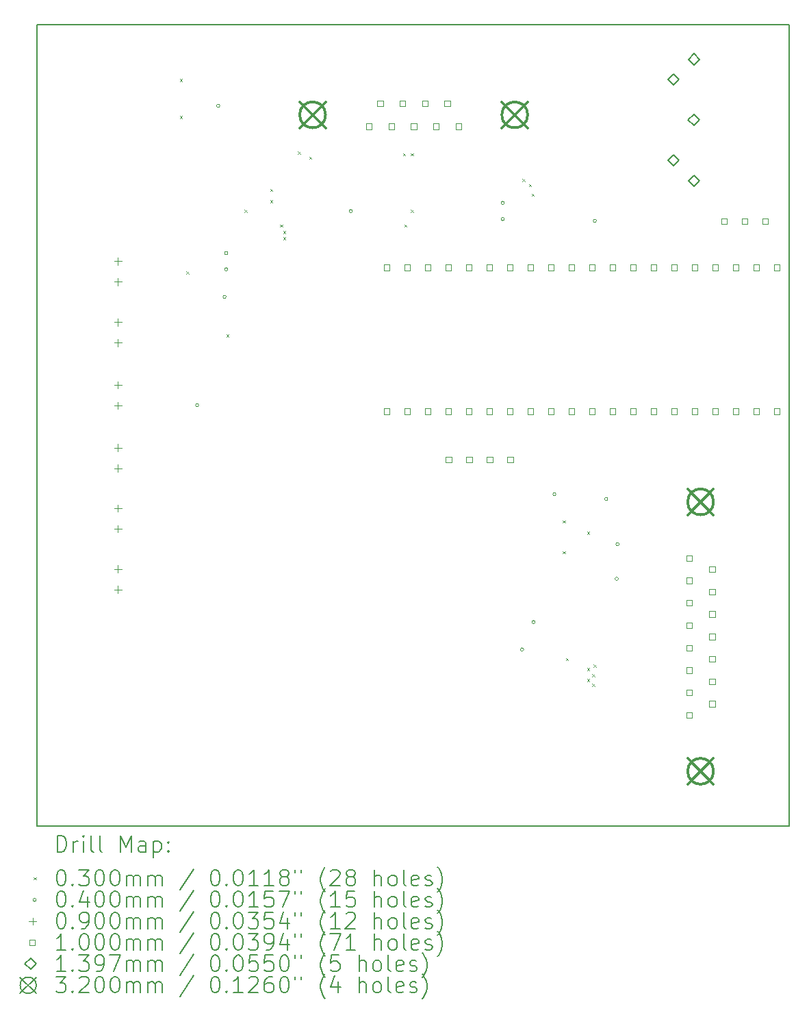
<source format=gbr>
%TF.GenerationSoftware,KiCad,Pcbnew,8.0.5*%
%TF.CreationDate,2024-10-24T17:50:15+02:00*%
%TF.ProjectId,vt2_communicator,7674325f-636f-46d6-9d75-6e696361746f,rev?*%
%TF.SameCoordinates,Original*%
%TF.FileFunction,Drillmap*%
%TF.FilePolarity,Positive*%
%FSLAX45Y45*%
G04 Gerber Fmt 4.5, Leading zero omitted, Abs format (unit mm)*
G04 Created by KiCad (PCBNEW 8.0.5) date 2024-10-24 17:50:15*
%MOMM*%
%LPD*%
G01*
G04 APERTURE LIST*
%ADD10C,0.200000*%
%ADD11C,0.100000*%
%ADD12C,0.139700*%
%ADD13C,0.320000*%
G04 APERTURE END LIST*
D10*
X19300000Y-5100000D02*
X10000000Y-5100000D01*
X19300000Y-15000000D02*
X19300000Y-5100000D01*
X10000000Y-5100000D02*
X10000000Y-15000000D01*
X10000000Y-15000000D02*
X19300000Y-15000000D01*
D11*
X11765000Y-5765000D02*
X11795000Y-5795000D01*
X11795000Y-5765000D02*
X11765000Y-5795000D01*
X11765000Y-6225000D02*
X11795000Y-6255000D01*
X11795000Y-6225000D02*
X11765000Y-6255000D01*
X11845000Y-8145000D02*
X11875000Y-8175000D01*
X11875000Y-8145000D02*
X11845000Y-8175000D01*
X12342573Y-8927427D02*
X12372573Y-8957427D01*
X12372573Y-8927427D02*
X12342573Y-8957427D01*
X12565000Y-7385000D02*
X12595000Y-7415000D01*
X12595000Y-7385000D02*
X12565000Y-7415000D01*
X12885000Y-7125000D02*
X12915000Y-7155000D01*
X12915000Y-7125000D02*
X12885000Y-7155000D01*
X12885000Y-7265000D02*
X12915000Y-7295000D01*
X12915000Y-7265000D02*
X12885000Y-7295000D01*
X13005000Y-7565000D02*
X13035000Y-7595000D01*
X13035000Y-7565000D02*
X13005000Y-7595000D01*
X13045000Y-7645000D02*
X13075000Y-7675000D01*
X13075000Y-7645000D02*
X13045000Y-7675000D01*
X13045000Y-7725000D02*
X13075000Y-7755000D01*
X13075000Y-7725000D02*
X13045000Y-7755000D01*
X13225000Y-6666716D02*
X13255000Y-6696716D01*
X13255000Y-6666716D02*
X13225000Y-6696716D01*
X13365000Y-6726716D02*
X13395000Y-6756716D01*
X13395000Y-6726716D02*
X13365000Y-6756716D01*
X14525000Y-6685000D02*
X14555000Y-6715000D01*
X14555000Y-6685000D02*
X14525000Y-6715000D01*
X14545000Y-7565000D02*
X14575000Y-7595000D01*
X14575000Y-7565000D02*
X14545000Y-7595000D01*
X14625000Y-6685000D02*
X14655000Y-6715000D01*
X14655000Y-6685000D02*
X14625000Y-6715000D01*
X14625000Y-7385000D02*
X14655000Y-7415000D01*
X14655000Y-7385000D02*
X14625000Y-7415000D01*
X16005000Y-7005000D02*
X16035000Y-7035000D01*
X16035000Y-7005000D02*
X16005000Y-7035000D01*
X16085000Y-7065000D02*
X16115000Y-7095000D01*
X16115000Y-7065000D02*
X16085000Y-7095000D01*
X16118505Y-7185000D02*
X16148505Y-7215000D01*
X16148505Y-7185000D02*
X16118505Y-7215000D01*
X16505000Y-11225000D02*
X16535000Y-11255000D01*
X16535000Y-11225000D02*
X16505000Y-11255000D01*
X16505000Y-11605000D02*
X16535000Y-11635000D01*
X16535000Y-11605000D02*
X16505000Y-11635000D01*
X16543002Y-12926997D02*
X16573002Y-12956997D01*
X16573002Y-12926997D02*
X16543002Y-12956997D01*
X16805000Y-11365000D02*
X16835000Y-11395000D01*
X16835000Y-11365000D02*
X16805000Y-11395000D01*
X16805000Y-13050000D02*
X16835000Y-13080000D01*
X16835000Y-13050000D02*
X16805000Y-13080000D01*
X16805000Y-13185000D02*
X16835000Y-13215000D01*
X16835000Y-13185000D02*
X16805000Y-13215000D01*
X16865000Y-13125000D02*
X16895000Y-13155000D01*
X16895000Y-13125000D02*
X16865000Y-13155000D01*
X16865000Y-13245000D02*
X16895000Y-13275000D01*
X16895000Y-13245000D02*
X16865000Y-13275000D01*
X16885000Y-13005000D02*
X16915000Y-13035000D01*
X16915000Y-13005000D02*
X16885000Y-13035000D01*
X12000000Y-9800000D02*
G75*
G02*
X11960000Y-9800000I-20000J0D01*
G01*
X11960000Y-9800000D02*
G75*
G02*
X12000000Y-9800000I20000J0D01*
G01*
X12260000Y-6100000D02*
G75*
G02*
X12220000Y-6100000I-20000J0D01*
G01*
X12220000Y-6100000D02*
G75*
G02*
X12260000Y-6100000I20000J0D01*
G01*
X12340000Y-8460000D02*
G75*
G02*
X12300000Y-8460000I-20000J0D01*
G01*
X12300000Y-8460000D02*
G75*
G02*
X12340000Y-8460000I20000J0D01*
G01*
X12360000Y-7920000D02*
G75*
G02*
X12320000Y-7920000I-20000J0D01*
G01*
X12320000Y-7920000D02*
G75*
G02*
X12360000Y-7920000I20000J0D01*
G01*
X12360000Y-8120000D02*
G75*
G02*
X12320000Y-8120000I-20000J0D01*
G01*
X12320000Y-8120000D02*
G75*
G02*
X12360000Y-8120000I20000J0D01*
G01*
X13900000Y-7400000D02*
G75*
G02*
X13860000Y-7400000I-20000J0D01*
G01*
X13860000Y-7400000D02*
G75*
G02*
X13900000Y-7400000I20000J0D01*
G01*
X15780000Y-7300000D02*
G75*
G02*
X15740000Y-7300000I-20000J0D01*
G01*
X15740000Y-7300000D02*
G75*
G02*
X15780000Y-7300000I20000J0D01*
G01*
X15780000Y-7500000D02*
G75*
G02*
X15740000Y-7500000I-20000J0D01*
G01*
X15740000Y-7500000D02*
G75*
G02*
X15780000Y-7500000I20000J0D01*
G01*
X16020000Y-12820000D02*
G75*
G02*
X15980000Y-12820000I-20000J0D01*
G01*
X15980000Y-12820000D02*
G75*
G02*
X16020000Y-12820000I20000J0D01*
G01*
X16160000Y-12480000D02*
G75*
G02*
X16120000Y-12480000I-20000J0D01*
G01*
X16120000Y-12480000D02*
G75*
G02*
X16160000Y-12480000I20000J0D01*
G01*
X16420000Y-10900000D02*
G75*
G02*
X16380000Y-10900000I-20000J0D01*
G01*
X16380000Y-10900000D02*
G75*
G02*
X16420000Y-10900000I20000J0D01*
G01*
X16920000Y-7520000D02*
G75*
G02*
X16880000Y-7520000I-20000J0D01*
G01*
X16880000Y-7520000D02*
G75*
G02*
X16920000Y-7520000I20000J0D01*
G01*
X17060000Y-10960000D02*
G75*
G02*
X17020000Y-10960000I-20000J0D01*
G01*
X17020000Y-10960000D02*
G75*
G02*
X17060000Y-10960000I20000J0D01*
G01*
X17190000Y-11944497D02*
G75*
G02*
X17150000Y-11944497I-20000J0D01*
G01*
X17150000Y-11944497D02*
G75*
G02*
X17190000Y-11944497I20000J0D01*
G01*
X17200000Y-11520000D02*
G75*
G02*
X17160000Y-11520000I-20000J0D01*
G01*
X17160000Y-11520000D02*
G75*
G02*
X17200000Y-11520000I20000J0D01*
G01*
X11000000Y-7976000D02*
X11000000Y-8066000D01*
X10955000Y-8021000D02*
X11045000Y-8021000D01*
X11000000Y-8230000D02*
X11000000Y-8320000D01*
X10955000Y-8275000D02*
X11045000Y-8275000D01*
X11000000Y-8730000D02*
X11000000Y-8820000D01*
X10955000Y-8775000D02*
X11045000Y-8775000D01*
X11000000Y-8984000D02*
X11000000Y-9074000D01*
X10955000Y-9029000D02*
X11045000Y-9029000D01*
X11000000Y-9505000D02*
X11000000Y-9595000D01*
X10955000Y-9550000D02*
X11045000Y-9550000D01*
X11000000Y-9759000D02*
X11000000Y-9849000D01*
X10955000Y-9804000D02*
X11045000Y-9804000D01*
X11000000Y-10280000D02*
X11000000Y-10370000D01*
X10955000Y-10325000D02*
X11045000Y-10325000D01*
X11000000Y-10534000D02*
X11000000Y-10624000D01*
X10955000Y-10579000D02*
X11045000Y-10579000D01*
X11000000Y-11030000D02*
X11000000Y-11120000D01*
X10955000Y-11075000D02*
X11045000Y-11075000D01*
X11000000Y-11284000D02*
X11000000Y-11374000D01*
X10955000Y-11329000D02*
X11045000Y-11329000D01*
X11000000Y-11780000D02*
X11000000Y-11870000D01*
X10955000Y-11825000D02*
X11045000Y-11825000D01*
X11000000Y-12034000D02*
X11000000Y-12124000D01*
X10955000Y-12079000D02*
X11045000Y-12079000D01*
X14140356Y-6388389D02*
X14140356Y-6317677D01*
X14069644Y-6317677D01*
X14069644Y-6388389D01*
X14140356Y-6388389D01*
X14278856Y-6104389D02*
X14278856Y-6033677D01*
X14208144Y-6033677D01*
X14208144Y-6104389D01*
X14278856Y-6104389D01*
X14359356Y-8132356D02*
X14359356Y-8061644D01*
X14288644Y-8061644D01*
X14288644Y-8132356D01*
X14359356Y-8132356D01*
X14359356Y-9910356D02*
X14359356Y-9839644D01*
X14288644Y-9839644D01*
X14288644Y-9910356D01*
X14359356Y-9910356D01*
X14417356Y-6388389D02*
X14417356Y-6317677D01*
X14346644Y-6317677D01*
X14346644Y-6388389D01*
X14417356Y-6388389D01*
X14555856Y-6104389D02*
X14555856Y-6033677D01*
X14485144Y-6033677D01*
X14485144Y-6104389D01*
X14555856Y-6104389D01*
X14613356Y-8132356D02*
X14613356Y-8061644D01*
X14542644Y-8061644D01*
X14542644Y-8132356D01*
X14613356Y-8132356D01*
X14613356Y-9910356D02*
X14613356Y-9839644D01*
X14542644Y-9839644D01*
X14542644Y-9910356D01*
X14613356Y-9910356D01*
X14694356Y-6388389D02*
X14694356Y-6317677D01*
X14623644Y-6317677D01*
X14623644Y-6388389D01*
X14694356Y-6388389D01*
X14832856Y-6104389D02*
X14832856Y-6033677D01*
X14762144Y-6033677D01*
X14762144Y-6104389D01*
X14832856Y-6104389D01*
X14867356Y-8132356D02*
X14867356Y-8061644D01*
X14796644Y-8061644D01*
X14796644Y-8132356D01*
X14867356Y-8132356D01*
X14867356Y-9910356D02*
X14867356Y-9839644D01*
X14796644Y-9839644D01*
X14796644Y-9910356D01*
X14867356Y-9910356D01*
X14971356Y-6388389D02*
X14971356Y-6317677D01*
X14900644Y-6317677D01*
X14900644Y-6388389D01*
X14971356Y-6388389D01*
X15109856Y-6104389D02*
X15109856Y-6033677D01*
X15039144Y-6033677D01*
X15039144Y-6104389D01*
X15109856Y-6104389D01*
X15121356Y-8132356D02*
X15121356Y-8061644D01*
X15050644Y-8061644D01*
X15050644Y-8132356D01*
X15121356Y-8132356D01*
X15121356Y-9910356D02*
X15121356Y-9839644D01*
X15050644Y-9839644D01*
X15050644Y-9910356D01*
X15121356Y-9910356D01*
X15128356Y-10510356D02*
X15128356Y-10439644D01*
X15057644Y-10439644D01*
X15057644Y-10510356D01*
X15128356Y-10510356D01*
X15248356Y-6388389D02*
X15248356Y-6317677D01*
X15177644Y-6317677D01*
X15177644Y-6388389D01*
X15248356Y-6388389D01*
X15375356Y-8132356D02*
X15375356Y-8061644D01*
X15304644Y-8061644D01*
X15304644Y-8132356D01*
X15375356Y-8132356D01*
X15375356Y-9910356D02*
X15375356Y-9839644D01*
X15304644Y-9839644D01*
X15304644Y-9910356D01*
X15375356Y-9910356D01*
X15382356Y-10510356D02*
X15382356Y-10439644D01*
X15311644Y-10439644D01*
X15311644Y-10510356D01*
X15382356Y-10510356D01*
X15629356Y-8132356D02*
X15629356Y-8061644D01*
X15558644Y-8061644D01*
X15558644Y-8132356D01*
X15629356Y-8132356D01*
X15629356Y-9910356D02*
X15629356Y-9839644D01*
X15558644Y-9839644D01*
X15558644Y-9910356D01*
X15629356Y-9910356D01*
X15636356Y-10510356D02*
X15636356Y-10439644D01*
X15565644Y-10439644D01*
X15565644Y-10510356D01*
X15636356Y-10510356D01*
X15883356Y-8132356D02*
X15883356Y-8061644D01*
X15812644Y-8061644D01*
X15812644Y-8132356D01*
X15883356Y-8132356D01*
X15883356Y-9910356D02*
X15883356Y-9839644D01*
X15812644Y-9839644D01*
X15812644Y-9910356D01*
X15883356Y-9910356D01*
X15890356Y-10510356D02*
X15890356Y-10439644D01*
X15819644Y-10439644D01*
X15819644Y-10510356D01*
X15890356Y-10510356D01*
X16137356Y-8132356D02*
X16137356Y-8061644D01*
X16066644Y-8061644D01*
X16066644Y-8132356D01*
X16137356Y-8132356D01*
X16137356Y-9910356D02*
X16137356Y-9839644D01*
X16066644Y-9839644D01*
X16066644Y-9910356D01*
X16137356Y-9910356D01*
X16391356Y-8132356D02*
X16391356Y-8061644D01*
X16320644Y-8061644D01*
X16320644Y-8132356D01*
X16391356Y-8132356D01*
X16391356Y-9910356D02*
X16391356Y-9839644D01*
X16320644Y-9839644D01*
X16320644Y-9910356D01*
X16391356Y-9910356D01*
X16645356Y-8132356D02*
X16645356Y-8061644D01*
X16574644Y-8061644D01*
X16574644Y-8132356D01*
X16645356Y-8132356D01*
X16645356Y-9910356D02*
X16645356Y-9839644D01*
X16574644Y-9839644D01*
X16574644Y-9910356D01*
X16645356Y-9910356D01*
X16899356Y-8132356D02*
X16899356Y-8061644D01*
X16828644Y-8061644D01*
X16828644Y-8132356D01*
X16899356Y-8132356D01*
X16899356Y-9910356D02*
X16899356Y-9839644D01*
X16828644Y-9839644D01*
X16828644Y-9910356D01*
X16899356Y-9910356D01*
X17153356Y-8132356D02*
X17153356Y-8061644D01*
X17082644Y-8061644D01*
X17082644Y-8132356D01*
X17153356Y-8132356D01*
X17153356Y-9910356D02*
X17153356Y-9839644D01*
X17082644Y-9839644D01*
X17082644Y-9910356D01*
X17153356Y-9910356D01*
X17407356Y-8132356D02*
X17407356Y-8061644D01*
X17336644Y-8061644D01*
X17336644Y-8132356D01*
X17407356Y-8132356D01*
X17407356Y-9910356D02*
X17407356Y-9839644D01*
X17336644Y-9839644D01*
X17336644Y-9910356D01*
X17407356Y-9910356D01*
X17661356Y-8132356D02*
X17661356Y-8061644D01*
X17590644Y-8061644D01*
X17590644Y-8132356D01*
X17661356Y-8132356D01*
X17661356Y-9910356D02*
X17661356Y-9839644D01*
X17590644Y-9839644D01*
X17590644Y-9910356D01*
X17661356Y-9910356D01*
X17915356Y-8132356D02*
X17915356Y-8061644D01*
X17844644Y-8061644D01*
X17844644Y-8132356D01*
X17915356Y-8132356D01*
X17915356Y-9910356D02*
X17915356Y-9839644D01*
X17844644Y-9839644D01*
X17844644Y-9910356D01*
X17915356Y-9910356D01*
X18101356Y-11725856D02*
X18101356Y-11655144D01*
X18030644Y-11655144D01*
X18030644Y-11725856D01*
X18101356Y-11725856D01*
X18101356Y-12002856D02*
X18101356Y-11932144D01*
X18030644Y-11932144D01*
X18030644Y-12002856D01*
X18101356Y-12002856D01*
X18101356Y-12279856D02*
X18101356Y-12209144D01*
X18030644Y-12209144D01*
X18030644Y-12279856D01*
X18101356Y-12279856D01*
X18101356Y-12556856D02*
X18101356Y-12486144D01*
X18030644Y-12486144D01*
X18030644Y-12556856D01*
X18101356Y-12556856D01*
X18101356Y-12833856D02*
X18101356Y-12763144D01*
X18030644Y-12763144D01*
X18030644Y-12833856D01*
X18101356Y-12833856D01*
X18101356Y-13110856D02*
X18101356Y-13040144D01*
X18030644Y-13040144D01*
X18030644Y-13110856D01*
X18101356Y-13110856D01*
X18101356Y-13387856D02*
X18101356Y-13317144D01*
X18030644Y-13317144D01*
X18030644Y-13387856D01*
X18101356Y-13387856D01*
X18101356Y-13664856D02*
X18101356Y-13594144D01*
X18030644Y-13594144D01*
X18030644Y-13664856D01*
X18101356Y-13664856D01*
X18169356Y-8132356D02*
X18169356Y-8061644D01*
X18098644Y-8061644D01*
X18098644Y-8132356D01*
X18169356Y-8132356D01*
X18169356Y-9910356D02*
X18169356Y-9839644D01*
X18098644Y-9839644D01*
X18098644Y-9910356D01*
X18169356Y-9910356D01*
X18385356Y-11864356D02*
X18385356Y-11793644D01*
X18314644Y-11793644D01*
X18314644Y-11864356D01*
X18385356Y-11864356D01*
X18385356Y-12141356D02*
X18385356Y-12070644D01*
X18314644Y-12070644D01*
X18314644Y-12141356D01*
X18385356Y-12141356D01*
X18385356Y-12418356D02*
X18385356Y-12347644D01*
X18314644Y-12347644D01*
X18314644Y-12418356D01*
X18385356Y-12418356D01*
X18385356Y-12695356D02*
X18385356Y-12624644D01*
X18314644Y-12624644D01*
X18314644Y-12695356D01*
X18385356Y-12695356D01*
X18385356Y-12972356D02*
X18385356Y-12901644D01*
X18314644Y-12901644D01*
X18314644Y-12972356D01*
X18385356Y-12972356D01*
X18385356Y-13249356D02*
X18385356Y-13178644D01*
X18314644Y-13178644D01*
X18314644Y-13249356D01*
X18385356Y-13249356D01*
X18385356Y-13526356D02*
X18385356Y-13455644D01*
X18314644Y-13455644D01*
X18314644Y-13526356D01*
X18385356Y-13526356D01*
X18423356Y-8132356D02*
X18423356Y-8061644D01*
X18352644Y-8061644D01*
X18352644Y-8132356D01*
X18423356Y-8132356D01*
X18423356Y-9910356D02*
X18423356Y-9839644D01*
X18352644Y-9839644D01*
X18352644Y-9910356D01*
X18423356Y-9910356D01*
X18535356Y-7560356D02*
X18535356Y-7489644D01*
X18464644Y-7489644D01*
X18464644Y-7560356D01*
X18535356Y-7560356D01*
X18677356Y-8132356D02*
X18677356Y-8061644D01*
X18606644Y-8061644D01*
X18606644Y-8132356D01*
X18677356Y-8132356D01*
X18677356Y-9910356D02*
X18677356Y-9839644D01*
X18606644Y-9839644D01*
X18606644Y-9910356D01*
X18677356Y-9910356D01*
X18789356Y-7560356D02*
X18789356Y-7489644D01*
X18718644Y-7489644D01*
X18718644Y-7560356D01*
X18789356Y-7560356D01*
X18931356Y-8132356D02*
X18931356Y-8061644D01*
X18860644Y-8061644D01*
X18860644Y-8132356D01*
X18931356Y-8132356D01*
X18931356Y-9910356D02*
X18931356Y-9839644D01*
X18860644Y-9839644D01*
X18860644Y-9910356D01*
X18931356Y-9910356D01*
X19043356Y-7560356D02*
X19043356Y-7489644D01*
X18972644Y-7489644D01*
X18972644Y-7560356D01*
X19043356Y-7560356D01*
X19185356Y-8132356D02*
X19185356Y-8061644D01*
X19114644Y-8061644D01*
X19114644Y-8132356D01*
X19185356Y-8132356D01*
X19185356Y-9910356D02*
X19185356Y-9839644D01*
X19114644Y-9839644D01*
X19114644Y-9910356D01*
X19185356Y-9910356D01*
D12*
X17874810Y-5845424D02*
X17944660Y-5775574D01*
X17874810Y-5705724D01*
X17804960Y-5775574D01*
X17874810Y-5845424D01*
X17874810Y-6844660D02*
X17944660Y-6774810D01*
X17874810Y-6704960D01*
X17804960Y-6774810D01*
X17874810Y-6844660D01*
X18124746Y-6345042D02*
X18194596Y-6275192D01*
X18124746Y-6205342D01*
X18054896Y-6275192D01*
X18124746Y-6345042D01*
X18125000Y-5595234D02*
X18194850Y-5525384D01*
X18125000Y-5455534D01*
X18055150Y-5525384D01*
X18125000Y-5595234D01*
X18125000Y-7094850D02*
X18194850Y-7025000D01*
X18125000Y-6955150D01*
X18055150Y-7025000D01*
X18125000Y-7094850D01*
D13*
X13249000Y-6051033D02*
X13569000Y-6371033D01*
X13569000Y-6051033D02*
X13249000Y-6371033D01*
X13569000Y-6211033D02*
G75*
G02*
X13249000Y-6211033I-160000J0D01*
G01*
X13249000Y-6211033D02*
G75*
G02*
X13569000Y-6211033I160000J0D01*
G01*
X15749000Y-6051033D02*
X16069000Y-6371033D01*
X16069000Y-6051033D02*
X15749000Y-6371033D01*
X16069000Y-6211033D02*
G75*
G02*
X15749000Y-6211033I-160000J0D01*
G01*
X15749000Y-6211033D02*
G75*
G02*
X16069000Y-6211033I160000J0D01*
G01*
X18048000Y-10835000D02*
X18368000Y-11155000D01*
X18368000Y-10835000D02*
X18048000Y-11155000D01*
X18368000Y-10995000D02*
G75*
G02*
X18048000Y-10995000I-160000J0D01*
G01*
X18048000Y-10995000D02*
G75*
G02*
X18368000Y-10995000I160000J0D01*
G01*
X18048000Y-14165000D02*
X18368000Y-14485000D01*
X18368000Y-14165000D02*
X18048000Y-14485000D01*
X18368000Y-14325000D02*
G75*
G02*
X18048000Y-14325000I-160000J0D01*
G01*
X18048000Y-14325000D02*
G75*
G02*
X18368000Y-14325000I160000J0D01*
G01*
D10*
X10250777Y-15321484D02*
X10250777Y-15121484D01*
X10250777Y-15121484D02*
X10298396Y-15121484D01*
X10298396Y-15121484D02*
X10326967Y-15131008D01*
X10326967Y-15131008D02*
X10346015Y-15150055D01*
X10346015Y-15150055D02*
X10355539Y-15169103D01*
X10355539Y-15169103D02*
X10365063Y-15207198D01*
X10365063Y-15207198D02*
X10365063Y-15235769D01*
X10365063Y-15235769D02*
X10355539Y-15273865D01*
X10355539Y-15273865D02*
X10346015Y-15292912D01*
X10346015Y-15292912D02*
X10326967Y-15311960D01*
X10326967Y-15311960D02*
X10298396Y-15321484D01*
X10298396Y-15321484D02*
X10250777Y-15321484D01*
X10450777Y-15321484D02*
X10450777Y-15188150D01*
X10450777Y-15226246D02*
X10460301Y-15207198D01*
X10460301Y-15207198D02*
X10469824Y-15197674D01*
X10469824Y-15197674D02*
X10488872Y-15188150D01*
X10488872Y-15188150D02*
X10507920Y-15188150D01*
X10574586Y-15321484D02*
X10574586Y-15188150D01*
X10574586Y-15121484D02*
X10565063Y-15131008D01*
X10565063Y-15131008D02*
X10574586Y-15140531D01*
X10574586Y-15140531D02*
X10584110Y-15131008D01*
X10584110Y-15131008D02*
X10574586Y-15121484D01*
X10574586Y-15121484D02*
X10574586Y-15140531D01*
X10698396Y-15321484D02*
X10679348Y-15311960D01*
X10679348Y-15311960D02*
X10669824Y-15292912D01*
X10669824Y-15292912D02*
X10669824Y-15121484D01*
X10803158Y-15321484D02*
X10784110Y-15311960D01*
X10784110Y-15311960D02*
X10774586Y-15292912D01*
X10774586Y-15292912D02*
X10774586Y-15121484D01*
X11031729Y-15321484D02*
X11031729Y-15121484D01*
X11031729Y-15121484D02*
X11098396Y-15264341D01*
X11098396Y-15264341D02*
X11165063Y-15121484D01*
X11165063Y-15121484D02*
X11165063Y-15321484D01*
X11346015Y-15321484D02*
X11346015Y-15216722D01*
X11346015Y-15216722D02*
X11336491Y-15197674D01*
X11336491Y-15197674D02*
X11317443Y-15188150D01*
X11317443Y-15188150D02*
X11279348Y-15188150D01*
X11279348Y-15188150D02*
X11260301Y-15197674D01*
X11346015Y-15311960D02*
X11326967Y-15321484D01*
X11326967Y-15321484D02*
X11279348Y-15321484D01*
X11279348Y-15321484D02*
X11260301Y-15311960D01*
X11260301Y-15311960D02*
X11250777Y-15292912D01*
X11250777Y-15292912D02*
X11250777Y-15273865D01*
X11250777Y-15273865D02*
X11260301Y-15254817D01*
X11260301Y-15254817D02*
X11279348Y-15245293D01*
X11279348Y-15245293D02*
X11326967Y-15245293D01*
X11326967Y-15245293D02*
X11346015Y-15235769D01*
X11441253Y-15188150D02*
X11441253Y-15388150D01*
X11441253Y-15197674D02*
X11460301Y-15188150D01*
X11460301Y-15188150D02*
X11498396Y-15188150D01*
X11498396Y-15188150D02*
X11517443Y-15197674D01*
X11517443Y-15197674D02*
X11526967Y-15207198D01*
X11526967Y-15207198D02*
X11536491Y-15226246D01*
X11536491Y-15226246D02*
X11536491Y-15283388D01*
X11536491Y-15283388D02*
X11526967Y-15302436D01*
X11526967Y-15302436D02*
X11517443Y-15311960D01*
X11517443Y-15311960D02*
X11498396Y-15321484D01*
X11498396Y-15321484D02*
X11460301Y-15321484D01*
X11460301Y-15321484D02*
X11441253Y-15311960D01*
X11622205Y-15302436D02*
X11631729Y-15311960D01*
X11631729Y-15311960D02*
X11622205Y-15321484D01*
X11622205Y-15321484D02*
X11612682Y-15311960D01*
X11612682Y-15311960D02*
X11622205Y-15302436D01*
X11622205Y-15302436D02*
X11622205Y-15321484D01*
X11622205Y-15197674D02*
X11631729Y-15207198D01*
X11631729Y-15207198D02*
X11622205Y-15216722D01*
X11622205Y-15216722D02*
X11612682Y-15207198D01*
X11612682Y-15207198D02*
X11622205Y-15197674D01*
X11622205Y-15197674D02*
X11622205Y-15216722D01*
D11*
X9960000Y-15635000D02*
X9990000Y-15665000D01*
X9990000Y-15635000D02*
X9960000Y-15665000D01*
D10*
X10288872Y-15541484D02*
X10307920Y-15541484D01*
X10307920Y-15541484D02*
X10326967Y-15551008D01*
X10326967Y-15551008D02*
X10336491Y-15560531D01*
X10336491Y-15560531D02*
X10346015Y-15579579D01*
X10346015Y-15579579D02*
X10355539Y-15617674D01*
X10355539Y-15617674D02*
X10355539Y-15665293D01*
X10355539Y-15665293D02*
X10346015Y-15703388D01*
X10346015Y-15703388D02*
X10336491Y-15722436D01*
X10336491Y-15722436D02*
X10326967Y-15731960D01*
X10326967Y-15731960D02*
X10307920Y-15741484D01*
X10307920Y-15741484D02*
X10288872Y-15741484D01*
X10288872Y-15741484D02*
X10269824Y-15731960D01*
X10269824Y-15731960D02*
X10260301Y-15722436D01*
X10260301Y-15722436D02*
X10250777Y-15703388D01*
X10250777Y-15703388D02*
X10241253Y-15665293D01*
X10241253Y-15665293D02*
X10241253Y-15617674D01*
X10241253Y-15617674D02*
X10250777Y-15579579D01*
X10250777Y-15579579D02*
X10260301Y-15560531D01*
X10260301Y-15560531D02*
X10269824Y-15551008D01*
X10269824Y-15551008D02*
X10288872Y-15541484D01*
X10441253Y-15722436D02*
X10450777Y-15731960D01*
X10450777Y-15731960D02*
X10441253Y-15741484D01*
X10441253Y-15741484D02*
X10431729Y-15731960D01*
X10431729Y-15731960D02*
X10441253Y-15722436D01*
X10441253Y-15722436D02*
X10441253Y-15741484D01*
X10517444Y-15541484D02*
X10641253Y-15541484D01*
X10641253Y-15541484D02*
X10574586Y-15617674D01*
X10574586Y-15617674D02*
X10603158Y-15617674D01*
X10603158Y-15617674D02*
X10622205Y-15627198D01*
X10622205Y-15627198D02*
X10631729Y-15636722D01*
X10631729Y-15636722D02*
X10641253Y-15655769D01*
X10641253Y-15655769D02*
X10641253Y-15703388D01*
X10641253Y-15703388D02*
X10631729Y-15722436D01*
X10631729Y-15722436D02*
X10622205Y-15731960D01*
X10622205Y-15731960D02*
X10603158Y-15741484D01*
X10603158Y-15741484D02*
X10546015Y-15741484D01*
X10546015Y-15741484D02*
X10526967Y-15731960D01*
X10526967Y-15731960D02*
X10517444Y-15722436D01*
X10765063Y-15541484D02*
X10784110Y-15541484D01*
X10784110Y-15541484D02*
X10803158Y-15551008D01*
X10803158Y-15551008D02*
X10812682Y-15560531D01*
X10812682Y-15560531D02*
X10822205Y-15579579D01*
X10822205Y-15579579D02*
X10831729Y-15617674D01*
X10831729Y-15617674D02*
X10831729Y-15665293D01*
X10831729Y-15665293D02*
X10822205Y-15703388D01*
X10822205Y-15703388D02*
X10812682Y-15722436D01*
X10812682Y-15722436D02*
X10803158Y-15731960D01*
X10803158Y-15731960D02*
X10784110Y-15741484D01*
X10784110Y-15741484D02*
X10765063Y-15741484D01*
X10765063Y-15741484D02*
X10746015Y-15731960D01*
X10746015Y-15731960D02*
X10736491Y-15722436D01*
X10736491Y-15722436D02*
X10726967Y-15703388D01*
X10726967Y-15703388D02*
X10717444Y-15665293D01*
X10717444Y-15665293D02*
X10717444Y-15617674D01*
X10717444Y-15617674D02*
X10726967Y-15579579D01*
X10726967Y-15579579D02*
X10736491Y-15560531D01*
X10736491Y-15560531D02*
X10746015Y-15551008D01*
X10746015Y-15551008D02*
X10765063Y-15541484D01*
X10955539Y-15541484D02*
X10974586Y-15541484D01*
X10974586Y-15541484D02*
X10993634Y-15551008D01*
X10993634Y-15551008D02*
X11003158Y-15560531D01*
X11003158Y-15560531D02*
X11012682Y-15579579D01*
X11012682Y-15579579D02*
X11022205Y-15617674D01*
X11022205Y-15617674D02*
X11022205Y-15665293D01*
X11022205Y-15665293D02*
X11012682Y-15703388D01*
X11012682Y-15703388D02*
X11003158Y-15722436D01*
X11003158Y-15722436D02*
X10993634Y-15731960D01*
X10993634Y-15731960D02*
X10974586Y-15741484D01*
X10974586Y-15741484D02*
X10955539Y-15741484D01*
X10955539Y-15741484D02*
X10936491Y-15731960D01*
X10936491Y-15731960D02*
X10926967Y-15722436D01*
X10926967Y-15722436D02*
X10917444Y-15703388D01*
X10917444Y-15703388D02*
X10907920Y-15665293D01*
X10907920Y-15665293D02*
X10907920Y-15617674D01*
X10907920Y-15617674D02*
X10917444Y-15579579D01*
X10917444Y-15579579D02*
X10926967Y-15560531D01*
X10926967Y-15560531D02*
X10936491Y-15551008D01*
X10936491Y-15551008D02*
X10955539Y-15541484D01*
X11107920Y-15741484D02*
X11107920Y-15608150D01*
X11107920Y-15627198D02*
X11117444Y-15617674D01*
X11117444Y-15617674D02*
X11136491Y-15608150D01*
X11136491Y-15608150D02*
X11165063Y-15608150D01*
X11165063Y-15608150D02*
X11184110Y-15617674D01*
X11184110Y-15617674D02*
X11193634Y-15636722D01*
X11193634Y-15636722D02*
X11193634Y-15741484D01*
X11193634Y-15636722D02*
X11203158Y-15617674D01*
X11203158Y-15617674D02*
X11222205Y-15608150D01*
X11222205Y-15608150D02*
X11250777Y-15608150D01*
X11250777Y-15608150D02*
X11269824Y-15617674D01*
X11269824Y-15617674D02*
X11279348Y-15636722D01*
X11279348Y-15636722D02*
X11279348Y-15741484D01*
X11374586Y-15741484D02*
X11374586Y-15608150D01*
X11374586Y-15627198D02*
X11384110Y-15617674D01*
X11384110Y-15617674D02*
X11403158Y-15608150D01*
X11403158Y-15608150D02*
X11431729Y-15608150D01*
X11431729Y-15608150D02*
X11450777Y-15617674D01*
X11450777Y-15617674D02*
X11460301Y-15636722D01*
X11460301Y-15636722D02*
X11460301Y-15741484D01*
X11460301Y-15636722D02*
X11469824Y-15617674D01*
X11469824Y-15617674D02*
X11488872Y-15608150D01*
X11488872Y-15608150D02*
X11517443Y-15608150D01*
X11517443Y-15608150D02*
X11536491Y-15617674D01*
X11536491Y-15617674D02*
X11546015Y-15636722D01*
X11546015Y-15636722D02*
X11546015Y-15741484D01*
X11936491Y-15531960D02*
X11765063Y-15789103D01*
X12193634Y-15541484D02*
X12212682Y-15541484D01*
X12212682Y-15541484D02*
X12231729Y-15551008D01*
X12231729Y-15551008D02*
X12241253Y-15560531D01*
X12241253Y-15560531D02*
X12250777Y-15579579D01*
X12250777Y-15579579D02*
X12260301Y-15617674D01*
X12260301Y-15617674D02*
X12260301Y-15665293D01*
X12260301Y-15665293D02*
X12250777Y-15703388D01*
X12250777Y-15703388D02*
X12241253Y-15722436D01*
X12241253Y-15722436D02*
X12231729Y-15731960D01*
X12231729Y-15731960D02*
X12212682Y-15741484D01*
X12212682Y-15741484D02*
X12193634Y-15741484D01*
X12193634Y-15741484D02*
X12174586Y-15731960D01*
X12174586Y-15731960D02*
X12165063Y-15722436D01*
X12165063Y-15722436D02*
X12155539Y-15703388D01*
X12155539Y-15703388D02*
X12146015Y-15665293D01*
X12146015Y-15665293D02*
X12146015Y-15617674D01*
X12146015Y-15617674D02*
X12155539Y-15579579D01*
X12155539Y-15579579D02*
X12165063Y-15560531D01*
X12165063Y-15560531D02*
X12174586Y-15551008D01*
X12174586Y-15551008D02*
X12193634Y-15541484D01*
X12346015Y-15722436D02*
X12355539Y-15731960D01*
X12355539Y-15731960D02*
X12346015Y-15741484D01*
X12346015Y-15741484D02*
X12336491Y-15731960D01*
X12336491Y-15731960D02*
X12346015Y-15722436D01*
X12346015Y-15722436D02*
X12346015Y-15741484D01*
X12479348Y-15541484D02*
X12498396Y-15541484D01*
X12498396Y-15541484D02*
X12517444Y-15551008D01*
X12517444Y-15551008D02*
X12526967Y-15560531D01*
X12526967Y-15560531D02*
X12536491Y-15579579D01*
X12536491Y-15579579D02*
X12546015Y-15617674D01*
X12546015Y-15617674D02*
X12546015Y-15665293D01*
X12546015Y-15665293D02*
X12536491Y-15703388D01*
X12536491Y-15703388D02*
X12526967Y-15722436D01*
X12526967Y-15722436D02*
X12517444Y-15731960D01*
X12517444Y-15731960D02*
X12498396Y-15741484D01*
X12498396Y-15741484D02*
X12479348Y-15741484D01*
X12479348Y-15741484D02*
X12460301Y-15731960D01*
X12460301Y-15731960D02*
X12450777Y-15722436D01*
X12450777Y-15722436D02*
X12441253Y-15703388D01*
X12441253Y-15703388D02*
X12431729Y-15665293D01*
X12431729Y-15665293D02*
X12431729Y-15617674D01*
X12431729Y-15617674D02*
X12441253Y-15579579D01*
X12441253Y-15579579D02*
X12450777Y-15560531D01*
X12450777Y-15560531D02*
X12460301Y-15551008D01*
X12460301Y-15551008D02*
X12479348Y-15541484D01*
X12736491Y-15741484D02*
X12622206Y-15741484D01*
X12679348Y-15741484D02*
X12679348Y-15541484D01*
X12679348Y-15541484D02*
X12660301Y-15570055D01*
X12660301Y-15570055D02*
X12641253Y-15589103D01*
X12641253Y-15589103D02*
X12622206Y-15598627D01*
X12926967Y-15741484D02*
X12812682Y-15741484D01*
X12869825Y-15741484D02*
X12869825Y-15541484D01*
X12869825Y-15541484D02*
X12850777Y-15570055D01*
X12850777Y-15570055D02*
X12831729Y-15589103D01*
X12831729Y-15589103D02*
X12812682Y-15598627D01*
X13041253Y-15627198D02*
X13022206Y-15617674D01*
X13022206Y-15617674D02*
X13012682Y-15608150D01*
X13012682Y-15608150D02*
X13003158Y-15589103D01*
X13003158Y-15589103D02*
X13003158Y-15579579D01*
X13003158Y-15579579D02*
X13012682Y-15560531D01*
X13012682Y-15560531D02*
X13022206Y-15551008D01*
X13022206Y-15551008D02*
X13041253Y-15541484D01*
X13041253Y-15541484D02*
X13079348Y-15541484D01*
X13079348Y-15541484D02*
X13098396Y-15551008D01*
X13098396Y-15551008D02*
X13107920Y-15560531D01*
X13107920Y-15560531D02*
X13117444Y-15579579D01*
X13117444Y-15579579D02*
X13117444Y-15589103D01*
X13117444Y-15589103D02*
X13107920Y-15608150D01*
X13107920Y-15608150D02*
X13098396Y-15617674D01*
X13098396Y-15617674D02*
X13079348Y-15627198D01*
X13079348Y-15627198D02*
X13041253Y-15627198D01*
X13041253Y-15627198D02*
X13022206Y-15636722D01*
X13022206Y-15636722D02*
X13012682Y-15646246D01*
X13012682Y-15646246D02*
X13003158Y-15665293D01*
X13003158Y-15665293D02*
X13003158Y-15703388D01*
X13003158Y-15703388D02*
X13012682Y-15722436D01*
X13012682Y-15722436D02*
X13022206Y-15731960D01*
X13022206Y-15731960D02*
X13041253Y-15741484D01*
X13041253Y-15741484D02*
X13079348Y-15741484D01*
X13079348Y-15741484D02*
X13098396Y-15731960D01*
X13098396Y-15731960D02*
X13107920Y-15722436D01*
X13107920Y-15722436D02*
X13117444Y-15703388D01*
X13117444Y-15703388D02*
X13117444Y-15665293D01*
X13117444Y-15665293D02*
X13107920Y-15646246D01*
X13107920Y-15646246D02*
X13098396Y-15636722D01*
X13098396Y-15636722D02*
X13079348Y-15627198D01*
X13193634Y-15541484D02*
X13193634Y-15579579D01*
X13269825Y-15541484D02*
X13269825Y-15579579D01*
X13565063Y-15817674D02*
X13555539Y-15808150D01*
X13555539Y-15808150D02*
X13536491Y-15779579D01*
X13536491Y-15779579D02*
X13526968Y-15760531D01*
X13526968Y-15760531D02*
X13517444Y-15731960D01*
X13517444Y-15731960D02*
X13507920Y-15684341D01*
X13507920Y-15684341D02*
X13507920Y-15646246D01*
X13507920Y-15646246D02*
X13517444Y-15598627D01*
X13517444Y-15598627D02*
X13526968Y-15570055D01*
X13526968Y-15570055D02*
X13536491Y-15551008D01*
X13536491Y-15551008D02*
X13555539Y-15522436D01*
X13555539Y-15522436D02*
X13565063Y-15512912D01*
X13631729Y-15560531D02*
X13641253Y-15551008D01*
X13641253Y-15551008D02*
X13660301Y-15541484D01*
X13660301Y-15541484D02*
X13707920Y-15541484D01*
X13707920Y-15541484D02*
X13726968Y-15551008D01*
X13726968Y-15551008D02*
X13736491Y-15560531D01*
X13736491Y-15560531D02*
X13746015Y-15579579D01*
X13746015Y-15579579D02*
X13746015Y-15598627D01*
X13746015Y-15598627D02*
X13736491Y-15627198D01*
X13736491Y-15627198D02*
X13622206Y-15741484D01*
X13622206Y-15741484D02*
X13746015Y-15741484D01*
X13860301Y-15627198D02*
X13841253Y-15617674D01*
X13841253Y-15617674D02*
X13831729Y-15608150D01*
X13831729Y-15608150D02*
X13822206Y-15589103D01*
X13822206Y-15589103D02*
X13822206Y-15579579D01*
X13822206Y-15579579D02*
X13831729Y-15560531D01*
X13831729Y-15560531D02*
X13841253Y-15551008D01*
X13841253Y-15551008D02*
X13860301Y-15541484D01*
X13860301Y-15541484D02*
X13898396Y-15541484D01*
X13898396Y-15541484D02*
X13917444Y-15551008D01*
X13917444Y-15551008D02*
X13926968Y-15560531D01*
X13926968Y-15560531D02*
X13936491Y-15579579D01*
X13936491Y-15579579D02*
X13936491Y-15589103D01*
X13936491Y-15589103D02*
X13926968Y-15608150D01*
X13926968Y-15608150D02*
X13917444Y-15617674D01*
X13917444Y-15617674D02*
X13898396Y-15627198D01*
X13898396Y-15627198D02*
X13860301Y-15627198D01*
X13860301Y-15627198D02*
X13841253Y-15636722D01*
X13841253Y-15636722D02*
X13831729Y-15646246D01*
X13831729Y-15646246D02*
X13822206Y-15665293D01*
X13822206Y-15665293D02*
X13822206Y-15703388D01*
X13822206Y-15703388D02*
X13831729Y-15722436D01*
X13831729Y-15722436D02*
X13841253Y-15731960D01*
X13841253Y-15731960D02*
X13860301Y-15741484D01*
X13860301Y-15741484D02*
X13898396Y-15741484D01*
X13898396Y-15741484D02*
X13917444Y-15731960D01*
X13917444Y-15731960D02*
X13926968Y-15722436D01*
X13926968Y-15722436D02*
X13936491Y-15703388D01*
X13936491Y-15703388D02*
X13936491Y-15665293D01*
X13936491Y-15665293D02*
X13926968Y-15646246D01*
X13926968Y-15646246D02*
X13917444Y-15636722D01*
X13917444Y-15636722D02*
X13898396Y-15627198D01*
X14174587Y-15741484D02*
X14174587Y-15541484D01*
X14260301Y-15741484D02*
X14260301Y-15636722D01*
X14260301Y-15636722D02*
X14250777Y-15617674D01*
X14250777Y-15617674D02*
X14231730Y-15608150D01*
X14231730Y-15608150D02*
X14203158Y-15608150D01*
X14203158Y-15608150D02*
X14184110Y-15617674D01*
X14184110Y-15617674D02*
X14174587Y-15627198D01*
X14384110Y-15741484D02*
X14365063Y-15731960D01*
X14365063Y-15731960D02*
X14355539Y-15722436D01*
X14355539Y-15722436D02*
X14346015Y-15703388D01*
X14346015Y-15703388D02*
X14346015Y-15646246D01*
X14346015Y-15646246D02*
X14355539Y-15627198D01*
X14355539Y-15627198D02*
X14365063Y-15617674D01*
X14365063Y-15617674D02*
X14384110Y-15608150D01*
X14384110Y-15608150D02*
X14412682Y-15608150D01*
X14412682Y-15608150D02*
X14431730Y-15617674D01*
X14431730Y-15617674D02*
X14441253Y-15627198D01*
X14441253Y-15627198D02*
X14450777Y-15646246D01*
X14450777Y-15646246D02*
X14450777Y-15703388D01*
X14450777Y-15703388D02*
X14441253Y-15722436D01*
X14441253Y-15722436D02*
X14431730Y-15731960D01*
X14431730Y-15731960D02*
X14412682Y-15741484D01*
X14412682Y-15741484D02*
X14384110Y-15741484D01*
X14565063Y-15741484D02*
X14546015Y-15731960D01*
X14546015Y-15731960D02*
X14536491Y-15712912D01*
X14536491Y-15712912D02*
X14536491Y-15541484D01*
X14717444Y-15731960D02*
X14698396Y-15741484D01*
X14698396Y-15741484D02*
X14660301Y-15741484D01*
X14660301Y-15741484D02*
X14641253Y-15731960D01*
X14641253Y-15731960D02*
X14631730Y-15712912D01*
X14631730Y-15712912D02*
X14631730Y-15636722D01*
X14631730Y-15636722D02*
X14641253Y-15617674D01*
X14641253Y-15617674D02*
X14660301Y-15608150D01*
X14660301Y-15608150D02*
X14698396Y-15608150D01*
X14698396Y-15608150D02*
X14717444Y-15617674D01*
X14717444Y-15617674D02*
X14726968Y-15636722D01*
X14726968Y-15636722D02*
X14726968Y-15655769D01*
X14726968Y-15655769D02*
X14631730Y-15674817D01*
X14803158Y-15731960D02*
X14822206Y-15741484D01*
X14822206Y-15741484D02*
X14860301Y-15741484D01*
X14860301Y-15741484D02*
X14879349Y-15731960D01*
X14879349Y-15731960D02*
X14888872Y-15712912D01*
X14888872Y-15712912D02*
X14888872Y-15703388D01*
X14888872Y-15703388D02*
X14879349Y-15684341D01*
X14879349Y-15684341D02*
X14860301Y-15674817D01*
X14860301Y-15674817D02*
X14831730Y-15674817D01*
X14831730Y-15674817D02*
X14812682Y-15665293D01*
X14812682Y-15665293D02*
X14803158Y-15646246D01*
X14803158Y-15646246D02*
X14803158Y-15636722D01*
X14803158Y-15636722D02*
X14812682Y-15617674D01*
X14812682Y-15617674D02*
X14831730Y-15608150D01*
X14831730Y-15608150D02*
X14860301Y-15608150D01*
X14860301Y-15608150D02*
X14879349Y-15617674D01*
X14955539Y-15817674D02*
X14965063Y-15808150D01*
X14965063Y-15808150D02*
X14984111Y-15779579D01*
X14984111Y-15779579D02*
X14993634Y-15760531D01*
X14993634Y-15760531D02*
X15003158Y-15731960D01*
X15003158Y-15731960D02*
X15012682Y-15684341D01*
X15012682Y-15684341D02*
X15012682Y-15646246D01*
X15012682Y-15646246D02*
X15003158Y-15598627D01*
X15003158Y-15598627D02*
X14993634Y-15570055D01*
X14993634Y-15570055D02*
X14984111Y-15551008D01*
X14984111Y-15551008D02*
X14965063Y-15522436D01*
X14965063Y-15522436D02*
X14955539Y-15512912D01*
D11*
X9990000Y-15914000D02*
G75*
G02*
X9950000Y-15914000I-20000J0D01*
G01*
X9950000Y-15914000D02*
G75*
G02*
X9990000Y-15914000I20000J0D01*
G01*
D10*
X10288872Y-15805484D02*
X10307920Y-15805484D01*
X10307920Y-15805484D02*
X10326967Y-15815008D01*
X10326967Y-15815008D02*
X10336491Y-15824531D01*
X10336491Y-15824531D02*
X10346015Y-15843579D01*
X10346015Y-15843579D02*
X10355539Y-15881674D01*
X10355539Y-15881674D02*
X10355539Y-15929293D01*
X10355539Y-15929293D02*
X10346015Y-15967388D01*
X10346015Y-15967388D02*
X10336491Y-15986436D01*
X10336491Y-15986436D02*
X10326967Y-15995960D01*
X10326967Y-15995960D02*
X10307920Y-16005484D01*
X10307920Y-16005484D02*
X10288872Y-16005484D01*
X10288872Y-16005484D02*
X10269824Y-15995960D01*
X10269824Y-15995960D02*
X10260301Y-15986436D01*
X10260301Y-15986436D02*
X10250777Y-15967388D01*
X10250777Y-15967388D02*
X10241253Y-15929293D01*
X10241253Y-15929293D02*
X10241253Y-15881674D01*
X10241253Y-15881674D02*
X10250777Y-15843579D01*
X10250777Y-15843579D02*
X10260301Y-15824531D01*
X10260301Y-15824531D02*
X10269824Y-15815008D01*
X10269824Y-15815008D02*
X10288872Y-15805484D01*
X10441253Y-15986436D02*
X10450777Y-15995960D01*
X10450777Y-15995960D02*
X10441253Y-16005484D01*
X10441253Y-16005484D02*
X10431729Y-15995960D01*
X10431729Y-15995960D02*
X10441253Y-15986436D01*
X10441253Y-15986436D02*
X10441253Y-16005484D01*
X10622205Y-15872150D02*
X10622205Y-16005484D01*
X10574586Y-15795960D02*
X10526967Y-15938817D01*
X10526967Y-15938817D02*
X10650777Y-15938817D01*
X10765063Y-15805484D02*
X10784110Y-15805484D01*
X10784110Y-15805484D02*
X10803158Y-15815008D01*
X10803158Y-15815008D02*
X10812682Y-15824531D01*
X10812682Y-15824531D02*
X10822205Y-15843579D01*
X10822205Y-15843579D02*
X10831729Y-15881674D01*
X10831729Y-15881674D02*
X10831729Y-15929293D01*
X10831729Y-15929293D02*
X10822205Y-15967388D01*
X10822205Y-15967388D02*
X10812682Y-15986436D01*
X10812682Y-15986436D02*
X10803158Y-15995960D01*
X10803158Y-15995960D02*
X10784110Y-16005484D01*
X10784110Y-16005484D02*
X10765063Y-16005484D01*
X10765063Y-16005484D02*
X10746015Y-15995960D01*
X10746015Y-15995960D02*
X10736491Y-15986436D01*
X10736491Y-15986436D02*
X10726967Y-15967388D01*
X10726967Y-15967388D02*
X10717444Y-15929293D01*
X10717444Y-15929293D02*
X10717444Y-15881674D01*
X10717444Y-15881674D02*
X10726967Y-15843579D01*
X10726967Y-15843579D02*
X10736491Y-15824531D01*
X10736491Y-15824531D02*
X10746015Y-15815008D01*
X10746015Y-15815008D02*
X10765063Y-15805484D01*
X10955539Y-15805484D02*
X10974586Y-15805484D01*
X10974586Y-15805484D02*
X10993634Y-15815008D01*
X10993634Y-15815008D02*
X11003158Y-15824531D01*
X11003158Y-15824531D02*
X11012682Y-15843579D01*
X11012682Y-15843579D02*
X11022205Y-15881674D01*
X11022205Y-15881674D02*
X11022205Y-15929293D01*
X11022205Y-15929293D02*
X11012682Y-15967388D01*
X11012682Y-15967388D02*
X11003158Y-15986436D01*
X11003158Y-15986436D02*
X10993634Y-15995960D01*
X10993634Y-15995960D02*
X10974586Y-16005484D01*
X10974586Y-16005484D02*
X10955539Y-16005484D01*
X10955539Y-16005484D02*
X10936491Y-15995960D01*
X10936491Y-15995960D02*
X10926967Y-15986436D01*
X10926967Y-15986436D02*
X10917444Y-15967388D01*
X10917444Y-15967388D02*
X10907920Y-15929293D01*
X10907920Y-15929293D02*
X10907920Y-15881674D01*
X10907920Y-15881674D02*
X10917444Y-15843579D01*
X10917444Y-15843579D02*
X10926967Y-15824531D01*
X10926967Y-15824531D02*
X10936491Y-15815008D01*
X10936491Y-15815008D02*
X10955539Y-15805484D01*
X11107920Y-16005484D02*
X11107920Y-15872150D01*
X11107920Y-15891198D02*
X11117444Y-15881674D01*
X11117444Y-15881674D02*
X11136491Y-15872150D01*
X11136491Y-15872150D02*
X11165063Y-15872150D01*
X11165063Y-15872150D02*
X11184110Y-15881674D01*
X11184110Y-15881674D02*
X11193634Y-15900722D01*
X11193634Y-15900722D02*
X11193634Y-16005484D01*
X11193634Y-15900722D02*
X11203158Y-15881674D01*
X11203158Y-15881674D02*
X11222205Y-15872150D01*
X11222205Y-15872150D02*
X11250777Y-15872150D01*
X11250777Y-15872150D02*
X11269824Y-15881674D01*
X11269824Y-15881674D02*
X11279348Y-15900722D01*
X11279348Y-15900722D02*
X11279348Y-16005484D01*
X11374586Y-16005484D02*
X11374586Y-15872150D01*
X11374586Y-15891198D02*
X11384110Y-15881674D01*
X11384110Y-15881674D02*
X11403158Y-15872150D01*
X11403158Y-15872150D02*
X11431729Y-15872150D01*
X11431729Y-15872150D02*
X11450777Y-15881674D01*
X11450777Y-15881674D02*
X11460301Y-15900722D01*
X11460301Y-15900722D02*
X11460301Y-16005484D01*
X11460301Y-15900722D02*
X11469824Y-15881674D01*
X11469824Y-15881674D02*
X11488872Y-15872150D01*
X11488872Y-15872150D02*
X11517443Y-15872150D01*
X11517443Y-15872150D02*
X11536491Y-15881674D01*
X11536491Y-15881674D02*
X11546015Y-15900722D01*
X11546015Y-15900722D02*
X11546015Y-16005484D01*
X11936491Y-15795960D02*
X11765063Y-16053103D01*
X12193634Y-15805484D02*
X12212682Y-15805484D01*
X12212682Y-15805484D02*
X12231729Y-15815008D01*
X12231729Y-15815008D02*
X12241253Y-15824531D01*
X12241253Y-15824531D02*
X12250777Y-15843579D01*
X12250777Y-15843579D02*
X12260301Y-15881674D01*
X12260301Y-15881674D02*
X12260301Y-15929293D01*
X12260301Y-15929293D02*
X12250777Y-15967388D01*
X12250777Y-15967388D02*
X12241253Y-15986436D01*
X12241253Y-15986436D02*
X12231729Y-15995960D01*
X12231729Y-15995960D02*
X12212682Y-16005484D01*
X12212682Y-16005484D02*
X12193634Y-16005484D01*
X12193634Y-16005484D02*
X12174586Y-15995960D01*
X12174586Y-15995960D02*
X12165063Y-15986436D01*
X12165063Y-15986436D02*
X12155539Y-15967388D01*
X12155539Y-15967388D02*
X12146015Y-15929293D01*
X12146015Y-15929293D02*
X12146015Y-15881674D01*
X12146015Y-15881674D02*
X12155539Y-15843579D01*
X12155539Y-15843579D02*
X12165063Y-15824531D01*
X12165063Y-15824531D02*
X12174586Y-15815008D01*
X12174586Y-15815008D02*
X12193634Y-15805484D01*
X12346015Y-15986436D02*
X12355539Y-15995960D01*
X12355539Y-15995960D02*
X12346015Y-16005484D01*
X12346015Y-16005484D02*
X12336491Y-15995960D01*
X12336491Y-15995960D02*
X12346015Y-15986436D01*
X12346015Y-15986436D02*
X12346015Y-16005484D01*
X12479348Y-15805484D02*
X12498396Y-15805484D01*
X12498396Y-15805484D02*
X12517444Y-15815008D01*
X12517444Y-15815008D02*
X12526967Y-15824531D01*
X12526967Y-15824531D02*
X12536491Y-15843579D01*
X12536491Y-15843579D02*
X12546015Y-15881674D01*
X12546015Y-15881674D02*
X12546015Y-15929293D01*
X12546015Y-15929293D02*
X12536491Y-15967388D01*
X12536491Y-15967388D02*
X12526967Y-15986436D01*
X12526967Y-15986436D02*
X12517444Y-15995960D01*
X12517444Y-15995960D02*
X12498396Y-16005484D01*
X12498396Y-16005484D02*
X12479348Y-16005484D01*
X12479348Y-16005484D02*
X12460301Y-15995960D01*
X12460301Y-15995960D02*
X12450777Y-15986436D01*
X12450777Y-15986436D02*
X12441253Y-15967388D01*
X12441253Y-15967388D02*
X12431729Y-15929293D01*
X12431729Y-15929293D02*
X12431729Y-15881674D01*
X12431729Y-15881674D02*
X12441253Y-15843579D01*
X12441253Y-15843579D02*
X12450777Y-15824531D01*
X12450777Y-15824531D02*
X12460301Y-15815008D01*
X12460301Y-15815008D02*
X12479348Y-15805484D01*
X12736491Y-16005484D02*
X12622206Y-16005484D01*
X12679348Y-16005484D02*
X12679348Y-15805484D01*
X12679348Y-15805484D02*
X12660301Y-15834055D01*
X12660301Y-15834055D02*
X12641253Y-15853103D01*
X12641253Y-15853103D02*
X12622206Y-15862627D01*
X12917444Y-15805484D02*
X12822206Y-15805484D01*
X12822206Y-15805484D02*
X12812682Y-15900722D01*
X12812682Y-15900722D02*
X12822206Y-15891198D01*
X12822206Y-15891198D02*
X12841253Y-15881674D01*
X12841253Y-15881674D02*
X12888872Y-15881674D01*
X12888872Y-15881674D02*
X12907920Y-15891198D01*
X12907920Y-15891198D02*
X12917444Y-15900722D01*
X12917444Y-15900722D02*
X12926967Y-15919769D01*
X12926967Y-15919769D02*
X12926967Y-15967388D01*
X12926967Y-15967388D02*
X12917444Y-15986436D01*
X12917444Y-15986436D02*
X12907920Y-15995960D01*
X12907920Y-15995960D02*
X12888872Y-16005484D01*
X12888872Y-16005484D02*
X12841253Y-16005484D01*
X12841253Y-16005484D02*
X12822206Y-15995960D01*
X12822206Y-15995960D02*
X12812682Y-15986436D01*
X12993634Y-15805484D02*
X13126967Y-15805484D01*
X13126967Y-15805484D02*
X13041253Y-16005484D01*
X13193634Y-15805484D02*
X13193634Y-15843579D01*
X13269825Y-15805484D02*
X13269825Y-15843579D01*
X13565063Y-16081674D02*
X13555539Y-16072150D01*
X13555539Y-16072150D02*
X13536491Y-16043579D01*
X13536491Y-16043579D02*
X13526968Y-16024531D01*
X13526968Y-16024531D02*
X13517444Y-15995960D01*
X13517444Y-15995960D02*
X13507920Y-15948341D01*
X13507920Y-15948341D02*
X13507920Y-15910246D01*
X13507920Y-15910246D02*
X13517444Y-15862627D01*
X13517444Y-15862627D02*
X13526968Y-15834055D01*
X13526968Y-15834055D02*
X13536491Y-15815008D01*
X13536491Y-15815008D02*
X13555539Y-15786436D01*
X13555539Y-15786436D02*
X13565063Y-15776912D01*
X13746015Y-16005484D02*
X13631729Y-16005484D01*
X13688872Y-16005484D02*
X13688872Y-15805484D01*
X13688872Y-15805484D02*
X13669825Y-15834055D01*
X13669825Y-15834055D02*
X13650777Y-15853103D01*
X13650777Y-15853103D02*
X13631729Y-15862627D01*
X13926968Y-15805484D02*
X13831729Y-15805484D01*
X13831729Y-15805484D02*
X13822206Y-15900722D01*
X13822206Y-15900722D02*
X13831729Y-15891198D01*
X13831729Y-15891198D02*
X13850777Y-15881674D01*
X13850777Y-15881674D02*
X13898396Y-15881674D01*
X13898396Y-15881674D02*
X13917444Y-15891198D01*
X13917444Y-15891198D02*
X13926968Y-15900722D01*
X13926968Y-15900722D02*
X13936491Y-15919769D01*
X13936491Y-15919769D02*
X13936491Y-15967388D01*
X13936491Y-15967388D02*
X13926968Y-15986436D01*
X13926968Y-15986436D02*
X13917444Y-15995960D01*
X13917444Y-15995960D02*
X13898396Y-16005484D01*
X13898396Y-16005484D02*
X13850777Y-16005484D01*
X13850777Y-16005484D02*
X13831729Y-15995960D01*
X13831729Y-15995960D02*
X13822206Y-15986436D01*
X14174587Y-16005484D02*
X14174587Y-15805484D01*
X14260301Y-16005484D02*
X14260301Y-15900722D01*
X14260301Y-15900722D02*
X14250777Y-15881674D01*
X14250777Y-15881674D02*
X14231730Y-15872150D01*
X14231730Y-15872150D02*
X14203158Y-15872150D01*
X14203158Y-15872150D02*
X14184110Y-15881674D01*
X14184110Y-15881674D02*
X14174587Y-15891198D01*
X14384110Y-16005484D02*
X14365063Y-15995960D01*
X14365063Y-15995960D02*
X14355539Y-15986436D01*
X14355539Y-15986436D02*
X14346015Y-15967388D01*
X14346015Y-15967388D02*
X14346015Y-15910246D01*
X14346015Y-15910246D02*
X14355539Y-15891198D01*
X14355539Y-15891198D02*
X14365063Y-15881674D01*
X14365063Y-15881674D02*
X14384110Y-15872150D01*
X14384110Y-15872150D02*
X14412682Y-15872150D01*
X14412682Y-15872150D02*
X14431730Y-15881674D01*
X14431730Y-15881674D02*
X14441253Y-15891198D01*
X14441253Y-15891198D02*
X14450777Y-15910246D01*
X14450777Y-15910246D02*
X14450777Y-15967388D01*
X14450777Y-15967388D02*
X14441253Y-15986436D01*
X14441253Y-15986436D02*
X14431730Y-15995960D01*
X14431730Y-15995960D02*
X14412682Y-16005484D01*
X14412682Y-16005484D02*
X14384110Y-16005484D01*
X14565063Y-16005484D02*
X14546015Y-15995960D01*
X14546015Y-15995960D02*
X14536491Y-15976912D01*
X14536491Y-15976912D02*
X14536491Y-15805484D01*
X14717444Y-15995960D02*
X14698396Y-16005484D01*
X14698396Y-16005484D02*
X14660301Y-16005484D01*
X14660301Y-16005484D02*
X14641253Y-15995960D01*
X14641253Y-15995960D02*
X14631730Y-15976912D01*
X14631730Y-15976912D02*
X14631730Y-15900722D01*
X14631730Y-15900722D02*
X14641253Y-15881674D01*
X14641253Y-15881674D02*
X14660301Y-15872150D01*
X14660301Y-15872150D02*
X14698396Y-15872150D01*
X14698396Y-15872150D02*
X14717444Y-15881674D01*
X14717444Y-15881674D02*
X14726968Y-15900722D01*
X14726968Y-15900722D02*
X14726968Y-15919769D01*
X14726968Y-15919769D02*
X14631730Y-15938817D01*
X14803158Y-15995960D02*
X14822206Y-16005484D01*
X14822206Y-16005484D02*
X14860301Y-16005484D01*
X14860301Y-16005484D02*
X14879349Y-15995960D01*
X14879349Y-15995960D02*
X14888872Y-15976912D01*
X14888872Y-15976912D02*
X14888872Y-15967388D01*
X14888872Y-15967388D02*
X14879349Y-15948341D01*
X14879349Y-15948341D02*
X14860301Y-15938817D01*
X14860301Y-15938817D02*
X14831730Y-15938817D01*
X14831730Y-15938817D02*
X14812682Y-15929293D01*
X14812682Y-15929293D02*
X14803158Y-15910246D01*
X14803158Y-15910246D02*
X14803158Y-15900722D01*
X14803158Y-15900722D02*
X14812682Y-15881674D01*
X14812682Y-15881674D02*
X14831730Y-15872150D01*
X14831730Y-15872150D02*
X14860301Y-15872150D01*
X14860301Y-15872150D02*
X14879349Y-15881674D01*
X14955539Y-16081674D02*
X14965063Y-16072150D01*
X14965063Y-16072150D02*
X14984111Y-16043579D01*
X14984111Y-16043579D02*
X14993634Y-16024531D01*
X14993634Y-16024531D02*
X15003158Y-15995960D01*
X15003158Y-15995960D02*
X15012682Y-15948341D01*
X15012682Y-15948341D02*
X15012682Y-15910246D01*
X15012682Y-15910246D02*
X15003158Y-15862627D01*
X15003158Y-15862627D02*
X14993634Y-15834055D01*
X14993634Y-15834055D02*
X14984111Y-15815008D01*
X14984111Y-15815008D02*
X14965063Y-15786436D01*
X14965063Y-15786436D02*
X14955539Y-15776912D01*
D11*
X9945000Y-16133000D02*
X9945000Y-16223000D01*
X9900000Y-16178000D02*
X9990000Y-16178000D01*
D10*
X10288872Y-16069484D02*
X10307920Y-16069484D01*
X10307920Y-16069484D02*
X10326967Y-16079008D01*
X10326967Y-16079008D02*
X10336491Y-16088531D01*
X10336491Y-16088531D02*
X10346015Y-16107579D01*
X10346015Y-16107579D02*
X10355539Y-16145674D01*
X10355539Y-16145674D02*
X10355539Y-16193293D01*
X10355539Y-16193293D02*
X10346015Y-16231388D01*
X10346015Y-16231388D02*
X10336491Y-16250436D01*
X10336491Y-16250436D02*
X10326967Y-16259960D01*
X10326967Y-16259960D02*
X10307920Y-16269484D01*
X10307920Y-16269484D02*
X10288872Y-16269484D01*
X10288872Y-16269484D02*
X10269824Y-16259960D01*
X10269824Y-16259960D02*
X10260301Y-16250436D01*
X10260301Y-16250436D02*
X10250777Y-16231388D01*
X10250777Y-16231388D02*
X10241253Y-16193293D01*
X10241253Y-16193293D02*
X10241253Y-16145674D01*
X10241253Y-16145674D02*
X10250777Y-16107579D01*
X10250777Y-16107579D02*
X10260301Y-16088531D01*
X10260301Y-16088531D02*
X10269824Y-16079008D01*
X10269824Y-16079008D02*
X10288872Y-16069484D01*
X10441253Y-16250436D02*
X10450777Y-16259960D01*
X10450777Y-16259960D02*
X10441253Y-16269484D01*
X10441253Y-16269484D02*
X10431729Y-16259960D01*
X10431729Y-16259960D02*
X10441253Y-16250436D01*
X10441253Y-16250436D02*
X10441253Y-16269484D01*
X10546015Y-16269484D02*
X10584110Y-16269484D01*
X10584110Y-16269484D02*
X10603158Y-16259960D01*
X10603158Y-16259960D02*
X10612682Y-16250436D01*
X10612682Y-16250436D02*
X10631729Y-16221865D01*
X10631729Y-16221865D02*
X10641253Y-16183769D01*
X10641253Y-16183769D02*
X10641253Y-16107579D01*
X10641253Y-16107579D02*
X10631729Y-16088531D01*
X10631729Y-16088531D02*
X10622205Y-16079008D01*
X10622205Y-16079008D02*
X10603158Y-16069484D01*
X10603158Y-16069484D02*
X10565063Y-16069484D01*
X10565063Y-16069484D02*
X10546015Y-16079008D01*
X10546015Y-16079008D02*
X10536491Y-16088531D01*
X10536491Y-16088531D02*
X10526967Y-16107579D01*
X10526967Y-16107579D02*
X10526967Y-16155198D01*
X10526967Y-16155198D02*
X10536491Y-16174246D01*
X10536491Y-16174246D02*
X10546015Y-16183769D01*
X10546015Y-16183769D02*
X10565063Y-16193293D01*
X10565063Y-16193293D02*
X10603158Y-16193293D01*
X10603158Y-16193293D02*
X10622205Y-16183769D01*
X10622205Y-16183769D02*
X10631729Y-16174246D01*
X10631729Y-16174246D02*
X10641253Y-16155198D01*
X10765063Y-16069484D02*
X10784110Y-16069484D01*
X10784110Y-16069484D02*
X10803158Y-16079008D01*
X10803158Y-16079008D02*
X10812682Y-16088531D01*
X10812682Y-16088531D02*
X10822205Y-16107579D01*
X10822205Y-16107579D02*
X10831729Y-16145674D01*
X10831729Y-16145674D02*
X10831729Y-16193293D01*
X10831729Y-16193293D02*
X10822205Y-16231388D01*
X10822205Y-16231388D02*
X10812682Y-16250436D01*
X10812682Y-16250436D02*
X10803158Y-16259960D01*
X10803158Y-16259960D02*
X10784110Y-16269484D01*
X10784110Y-16269484D02*
X10765063Y-16269484D01*
X10765063Y-16269484D02*
X10746015Y-16259960D01*
X10746015Y-16259960D02*
X10736491Y-16250436D01*
X10736491Y-16250436D02*
X10726967Y-16231388D01*
X10726967Y-16231388D02*
X10717444Y-16193293D01*
X10717444Y-16193293D02*
X10717444Y-16145674D01*
X10717444Y-16145674D02*
X10726967Y-16107579D01*
X10726967Y-16107579D02*
X10736491Y-16088531D01*
X10736491Y-16088531D02*
X10746015Y-16079008D01*
X10746015Y-16079008D02*
X10765063Y-16069484D01*
X10955539Y-16069484D02*
X10974586Y-16069484D01*
X10974586Y-16069484D02*
X10993634Y-16079008D01*
X10993634Y-16079008D02*
X11003158Y-16088531D01*
X11003158Y-16088531D02*
X11012682Y-16107579D01*
X11012682Y-16107579D02*
X11022205Y-16145674D01*
X11022205Y-16145674D02*
X11022205Y-16193293D01*
X11022205Y-16193293D02*
X11012682Y-16231388D01*
X11012682Y-16231388D02*
X11003158Y-16250436D01*
X11003158Y-16250436D02*
X10993634Y-16259960D01*
X10993634Y-16259960D02*
X10974586Y-16269484D01*
X10974586Y-16269484D02*
X10955539Y-16269484D01*
X10955539Y-16269484D02*
X10936491Y-16259960D01*
X10936491Y-16259960D02*
X10926967Y-16250436D01*
X10926967Y-16250436D02*
X10917444Y-16231388D01*
X10917444Y-16231388D02*
X10907920Y-16193293D01*
X10907920Y-16193293D02*
X10907920Y-16145674D01*
X10907920Y-16145674D02*
X10917444Y-16107579D01*
X10917444Y-16107579D02*
X10926967Y-16088531D01*
X10926967Y-16088531D02*
X10936491Y-16079008D01*
X10936491Y-16079008D02*
X10955539Y-16069484D01*
X11107920Y-16269484D02*
X11107920Y-16136150D01*
X11107920Y-16155198D02*
X11117444Y-16145674D01*
X11117444Y-16145674D02*
X11136491Y-16136150D01*
X11136491Y-16136150D02*
X11165063Y-16136150D01*
X11165063Y-16136150D02*
X11184110Y-16145674D01*
X11184110Y-16145674D02*
X11193634Y-16164722D01*
X11193634Y-16164722D02*
X11193634Y-16269484D01*
X11193634Y-16164722D02*
X11203158Y-16145674D01*
X11203158Y-16145674D02*
X11222205Y-16136150D01*
X11222205Y-16136150D02*
X11250777Y-16136150D01*
X11250777Y-16136150D02*
X11269824Y-16145674D01*
X11269824Y-16145674D02*
X11279348Y-16164722D01*
X11279348Y-16164722D02*
X11279348Y-16269484D01*
X11374586Y-16269484D02*
X11374586Y-16136150D01*
X11374586Y-16155198D02*
X11384110Y-16145674D01*
X11384110Y-16145674D02*
X11403158Y-16136150D01*
X11403158Y-16136150D02*
X11431729Y-16136150D01*
X11431729Y-16136150D02*
X11450777Y-16145674D01*
X11450777Y-16145674D02*
X11460301Y-16164722D01*
X11460301Y-16164722D02*
X11460301Y-16269484D01*
X11460301Y-16164722D02*
X11469824Y-16145674D01*
X11469824Y-16145674D02*
X11488872Y-16136150D01*
X11488872Y-16136150D02*
X11517443Y-16136150D01*
X11517443Y-16136150D02*
X11536491Y-16145674D01*
X11536491Y-16145674D02*
X11546015Y-16164722D01*
X11546015Y-16164722D02*
X11546015Y-16269484D01*
X11936491Y-16059960D02*
X11765063Y-16317103D01*
X12193634Y-16069484D02*
X12212682Y-16069484D01*
X12212682Y-16069484D02*
X12231729Y-16079008D01*
X12231729Y-16079008D02*
X12241253Y-16088531D01*
X12241253Y-16088531D02*
X12250777Y-16107579D01*
X12250777Y-16107579D02*
X12260301Y-16145674D01*
X12260301Y-16145674D02*
X12260301Y-16193293D01*
X12260301Y-16193293D02*
X12250777Y-16231388D01*
X12250777Y-16231388D02*
X12241253Y-16250436D01*
X12241253Y-16250436D02*
X12231729Y-16259960D01*
X12231729Y-16259960D02*
X12212682Y-16269484D01*
X12212682Y-16269484D02*
X12193634Y-16269484D01*
X12193634Y-16269484D02*
X12174586Y-16259960D01*
X12174586Y-16259960D02*
X12165063Y-16250436D01*
X12165063Y-16250436D02*
X12155539Y-16231388D01*
X12155539Y-16231388D02*
X12146015Y-16193293D01*
X12146015Y-16193293D02*
X12146015Y-16145674D01*
X12146015Y-16145674D02*
X12155539Y-16107579D01*
X12155539Y-16107579D02*
X12165063Y-16088531D01*
X12165063Y-16088531D02*
X12174586Y-16079008D01*
X12174586Y-16079008D02*
X12193634Y-16069484D01*
X12346015Y-16250436D02*
X12355539Y-16259960D01*
X12355539Y-16259960D02*
X12346015Y-16269484D01*
X12346015Y-16269484D02*
X12336491Y-16259960D01*
X12336491Y-16259960D02*
X12346015Y-16250436D01*
X12346015Y-16250436D02*
X12346015Y-16269484D01*
X12479348Y-16069484D02*
X12498396Y-16069484D01*
X12498396Y-16069484D02*
X12517444Y-16079008D01*
X12517444Y-16079008D02*
X12526967Y-16088531D01*
X12526967Y-16088531D02*
X12536491Y-16107579D01*
X12536491Y-16107579D02*
X12546015Y-16145674D01*
X12546015Y-16145674D02*
X12546015Y-16193293D01*
X12546015Y-16193293D02*
X12536491Y-16231388D01*
X12536491Y-16231388D02*
X12526967Y-16250436D01*
X12526967Y-16250436D02*
X12517444Y-16259960D01*
X12517444Y-16259960D02*
X12498396Y-16269484D01*
X12498396Y-16269484D02*
X12479348Y-16269484D01*
X12479348Y-16269484D02*
X12460301Y-16259960D01*
X12460301Y-16259960D02*
X12450777Y-16250436D01*
X12450777Y-16250436D02*
X12441253Y-16231388D01*
X12441253Y-16231388D02*
X12431729Y-16193293D01*
X12431729Y-16193293D02*
X12431729Y-16145674D01*
X12431729Y-16145674D02*
X12441253Y-16107579D01*
X12441253Y-16107579D02*
X12450777Y-16088531D01*
X12450777Y-16088531D02*
X12460301Y-16079008D01*
X12460301Y-16079008D02*
X12479348Y-16069484D01*
X12612682Y-16069484D02*
X12736491Y-16069484D01*
X12736491Y-16069484D02*
X12669825Y-16145674D01*
X12669825Y-16145674D02*
X12698396Y-16145674D01*
X12698396Y-16145674D02*
X12717444Y-16155198D01*
X12717444Y-16155198D02*
X12726967Y-16164722D01*
X12726967Y-16164722D02*
X12736491Y-16183769D01*
X12736491Y-16183769D02*
X12736491Y-16231388D01*
X12736491Y-16231388D02*
X12726967Y-16250436D01*
X12726967Y-16250436D02*
X12717444Y-16259960D01*
X12717444Y-16259960D02*
X12698396Y-16269484D01*
X12698396Y-16269484D02*
X12641253Y-16269484D01*
X12641253Y-16269484D02*
X12622206Y-16259960D01*
X12622206Y-16259960D02*
X12612682Y-16250436D01*
X12917444Y-16069484D02*
X12822206Y-16069484D01*
X12822206Y-16069484D02*
X12812682Y-16164722D01*
X12812682Y-16164722D02*
X12822206Y-16155198D01*
X12822206Y-16155198D02*
X12841253Y-16145674D01*
X12841253Y-16145674D02*
X12888872Y-16145674D01*
X12888872Y-16145674D02*
X12907920Y-16155198D01*
X12907920Y-16155198D02*
X12917444Y-16164722D01*
X12917444Y-16164722D02*
X12926967Y-16183769D01*
X12926967Y-16183769D02*
X12926967Y-16231388D01*
X12926967Y-16231388D02*
X12917444Y-16250436D01*
X12917444Y-16250436D02*
X12907920Y-16259960D01*
X12907920Y-16259960D02*
X12888872Y-16269484D01*
X12888872Y-16269484D02*
X12841253Y-16269484D01*
X12841253Y-16269484D02*
X12822206Y-16259960D01*
X12822206Y-16259960D02*
X12812682Y-16250436D01*
X13098396Y-16136150D02*
X13098396Y-16269484D01*
X13050777Y-16059960D02*
X13003158Y-16202817D01*
X13003158Y-16202817D02*
X13126967Y-16202817D01*
X13193634Y-16069484D02*
X13193634Y-16107579D01*
X13269825Y-16069484D02*
X13269825Y-16107579D01*
X13565063Y-16345674D02*
X13555539Y-16336150D01*
X13555539Y-16336150D02*
X13536491Y-16307579D01*
X13536491Y-16307579D02*
X13526968Y-16288531D01*
X13526968Y-16288531D02*
X13517444Y-16259960D01*
X13517444Y-16259960D02*
X13507920Y-16212341D01*
X13507920Y-16212341D02*
X13507920Y-16174246D01*
X13507920Y-16174246D02*
X13517444Y-16126627D01*
X13517444Y-16126627D02*
X13526968Y-16098055D01*
X13526968Y-16098055D02*
X13536491Y-16079008D01*
X13536491Y-16079008D02*
X13555539Y-16050436D01*
X13555539Y-16050436D02*
X13565063Y-16040912D01*
X13746015Y-16269484D02*
X13631729Y-16269484D01*
X13688872Y-16269484D02*
X13688872Y-16069484D01*
X13688872Y-16069484D02*
X13669825Y-16098055D01*
X13669825Y-16098055D02*
X13650777Y-16117103D01*
X13650777Y-16117103D02*
X13631729Y-16126627D01*
X13822206Y-16088531D02*
X13831729Y-16079008D01*
X13831729Y-16079008D02*
X13850777Y-16069484D01*
X13850777Y-16069484D02*
X13898396Y-16069484D01*
X13898396Y-16069484D02*
X13917444Y-16079008D01*
X13917444Y-16079008D02*
X13926968Y-16088531D01*
X13926968Y-16088531D02*
X13936491Y-16107579D01*
X13936491Y-16107579D02*
X13936491Y-16126627D01*
X13936491Y-16126627D02*
X13926968Y-16155198D01*
X13926968Y-16155198D02*
X13812682Y-16269484D01*
X13812682Y-16269484D02*
X13936491Y-16269484D01*
X14174587Y-16269484D02*
X14174587Y-16069484D01*
X14260301Y-16269484D02*
X14260301Y-16164722D01*
X14260301Y-16164722D02*
X14250777Y-16145674D01*
X14250777Y-16145674D02*
X14231730Y-16136150D01*
X14231730Y-16136150D02*
X14203158Y-16136150D01*
X14203158Y-16136150D02*
X14184110Y-16145674D01*
X14184110Y-16145674D02*
X14174587Y-16155198D01*
X14384110Y-16269484D02*
X14365063Y-16259960D01*
X14365063Y-16259960D02*
X14355539Y-16250436D01*
X14355539Y-16250436D02*
X14346015Y-16231388D01*
X14346015Y-16231388D02*
X14346015Y-16174246D01*
X14346015Y-16174246D02*
X14355539Y-16155198D01*
X14355539Y-16155198D02*
X14365063Y-16145674D01*
X14365063Y-16145674D02*
X14384110Y-16136150D01*
X14384110Y-16136150D02*
X14412682Y-16136150D01*
X14412682Y-16136150D02*
X14431730Y-16145674D01*
X14431730Y-16145674D02*
X14441253Y-16155198D01*
X14441253Y-16155198D02*
X14450777Y-16174246D01*
X14450777Y-16174246D02*
X14450777Y-16231388D01*
X14450777Y-16231388D02*
X14441253Y-16250436D01*
X14441253Y-16250436D02*
X14431730Y-16259960D01*
X14431730Y-16259960D02*
X14412682Y-16269484D01*
X14412682Y-16269484D02*
X14384110Y-16269484D01*
X14565063Y-16269484D02*
X14546015Y-16259960D01*
X14546015Y-16259960D02*
X14536491Y-16240912D01*
X14536491Y-16240912D02*
X14536491Y-16069484D01*
X14717444Y-16259960D02*
X14698396Y-16269484D01*
X14698396Y-16269484D02*
X14660301Y-16269484D01*
X14660301Y-16269484D02*
X14641253Y-16259960D01*
X14641253Y-16259960D02*
X14631730Y-16240912D01*
X14631730Y-16240912D02*
X14631730Y-16164722D01*
X14631730Y-16164722D02*
X14641253Y-16145674D01*
X14641253Y-16145674D02*
X14660301Y-16136150D01*
X14660301Y-16136150D02*
X14698396Y-16136150D01*
X14698396Y-16136150D02*
X14717444Y-16145674D01*
X14717444Y-16145674D02*
X14726968Y-16164722D01*
X14726968Y-16164722D02*
X14726968Y-16183769D01*
X14726968Y-16183769D02*
X14631730Y-16202817D01*
X14803158Y-16259960D02*
X14822206Y-16269484D01*
X14822206Y-16269484D02*
X14860301Y-16269484D01*
X14860301Y-16269484D02*
X14879349Y-16259960D01*
X14879349Y-16259960D02*
X14888872Y-16240912D01*
X14888872Y-16240912D02*
X14888872Y-16231388D01*
X14888872Y-16231388D02*
X14879349Y-16212341D01*
X14879349Y-16212341D02*
X14860301Y-16202817D01*
X14860301Y-16202817D02*
X14831730Y-16202817D01*
X14831730Y-16202817D02*
X14812682Y-16193293D01*
X14812682Y-16193293D02*
X14803158Y-16174246D01*
X14803158Y-16174246D02*
X14803158Y-16164722D01*
X14803158Y-16164722D02*
X14812682Y-16145674D01*
X14812682Y-16145674D02*
X14831730Y-16136150D01*
X14831730Y-16136150D02*
X14860301Y-16136150D01*
X14860301Y-16136150D02*
X14879349Y-16145674D01*
X14955539Y-16345674D02*
X14965063Y-16336150D01*
X14965063Y-16336150D02*
X14984111Y-16307579D01*
X14984111Y-16307579D02*
X14993634Y-16288531D01*
X14993634Y-16288531D02*
X15003158Y-16259960D01*
X15003158Y-16259960D02*
X15012682Y-16212341D01*
X15012682Y-16212341D02*
X15012682Y-16174246D01*
X15012682Y-16174246D02*
X15003158Y-16126627D01*
X15003158Y-16126627D02*
X14993634Y-16098055D01*
X14993634Y-16098055D02*
X14984111Y-16079008D01*
X14984111Y-16079008D02*
X14965063Y-16050436D01*
X14965063Y-16050436D02*
X14955539Y-16040912D01*
D11*
X9975356Y-16477356D02*
X9975356Y-16406644D01*
X9904644Y-16406644D01*
X9904644Y-16477356D01*
X9975356Y-16477356D01*
D10*
X10355539Y-16533484D02*
X10241253Y-16533484D01*
X10298396Y-16533484D02*
X10298396Y-16333484D01*
X10298396Y-16333484D02*
X10279348Y-16362055D01*
X10279348Y-16362055D02*
X10260301Y-16381103D01*
X10260301Y-16381103D02*
X10241253Y-16390627D01*
X10441253Y-16514436D02*
X10450777Y-16523960D01*
X10450777Y-16523960D02*
X10441253Y-16533484D01*
X10441253Y-16533484D02*
X10431729Y-16523960D01*
X10431729Y-16523960D02*
X10441253Y-16514436D01*
X10441253Y-16514436D02*
X10441253Y-16533484D01*
X10574586Y-16333484D02*
X10593634Y-16333484D01*
X10593634Y-16333484D02*
X10612682Y-16343008D01*
X10612682Y-16343008D02*
X10622205Y-16352531D01*
X10622205Y-16352531D02*
X10631729Y-16371579D01*
X10631729Y-16371579D02*
X10641253Y-16409674D01*
X10641253Y-16409674D02*
X10641253Y-16457293D01*
X10641253Y-16457293D02*
X10631729Y-16495388D01*
X10631729Y-16495388D02*
X10622205Y-16514436D01*
X10622205Y-16514436D02*
X10612682Y-16523960D01*
X10612682Y-16523960D02*
X10593634Y-16533484D01*
X10593634Y-16533484D02*
X10574586Y-16533484D01*
X10574586Y-16533484D02*
X10555539Y-16523960D01*
X10555539Y-16523960D02*
X10546015Y-16514436D01*
X10546015Y-16514436D02*
X10536491Y-16495388D01*
X10536491Y-16495388D02*
X10526967Y-16457293D01*
X10526967Y-16457293D02*
X10526967Y-16409674D01*
X10526967Y-16409674D02*
X10536491Y-16371579D01*
X10536491Y-16371579D02*
X10546015Y-16352531D01*
X10546015Y-16352531D02*
X10555539Y-16343008D01*
X10555539Y-16343008D02*
X10574586Y-16333484D01*
X10765063Y-16333484D02*
X10784110Y-16333484D01*
X10784110Y-16333484D02*
X10803158Y-16343008D01*
X10803158Y-16343008D02*
X10812682Y-16352531D01*
X10812682Y-16352531D02*
X10822205Y-16371579D01*
X10822205Y-16371579D02*
X10831729Y-16409674D01*
X10831729Y-16409674D02*
X10831729Y-16457293D01*
X10831729Y-16457293D02*
X10822205Y-16495388D01*
X10822205Y-16495388D02*
X10812682Y-16514436D01*
X10812682Y-16514436D02*
X10803158Y-16523960D01*
X10803158Y-16523960D02*
X10784110Y-16533484D01*
X10784110Y-16533484D02*
X10765063Y-16533484D01*
X10765063Y-16533484D02*
X10746015Y-16523960D01*
X10746015Y-16523960D02*
X10736491Y-16514436D01*
X10736491Y-16514436D02*
X10726967Y-16495388D01*
X10726967Y-16495388D02*
X10717444Y-16457293D01*
X10717444Y-16457293D02*
X10717444Y-16409674D01*
X10717444Y-16409674D02*
X10726967Y-16371579D01*
X10726967Y-16371579D02*
X10736491Y-16352531D01*
X10736491Y-16352531D02*
X10746015Y-16343008D01*
X10746015Y-16343008D02*
X10765063Y-16333484D01*
X10955539Y-16333484D02*
X10974586Y-16333484D01*
X10974586Y-16333484D02*
X10993634Y-16343008D01*
X10993634Y-16343008D02*
X11003158Y-16352531D01*
X11003158Y-16352531D02*
X11012682Y-16371579D01*
X11012682Y-16371579D02*
X11022205Y-16409674D01*
X11022205Y-16409674D02*
X11022205Y-16457293D01*
X11022205Y-16457293D02*
X11012682Y-16495388D01*
X11012682Y-16495388D02*
X11003158Y-16514436D01*
X11003158Y-16514436D02*
X10993634Y-16523960D01*
X10993634Y-16523960D02*
X10974586Y-16533484D01*
X10974586Y-16533484D02*
X10955539Y-16533484D01*
X10955539Y-16533484D02*
X10936491Y-16523960D01*
X10936491Y-16523960D02*
X10926967Y-16514436D01*
X10926967Y-16514436D02*
X10917444Y-16495388D01*
X10917444Y-16495388D02*
X10907920Y-16457293D01*
X10907920Y-16457293D02*
X10907920Y-16409674D01*
X10907920Y-16409674D02*
X10917444Y-16371579D01*
X10917444Y-16371579D02*
X10926967Y-16352531D01*
X10926967Y-16352531D02*
X10936491Y-16343008D01*
X10936491Y-16343008D02*
X10955539Y-16333484D01*
X11107920Y-16533484D02*
X11107920Y-16400150D01*
X11107920Y-16419198D02*
X11117444Y-16409674D01*
X11117444Y-16409674D02*
X11136491Y-16400150D01*
X11136491Y-16400150D02*
X11165063Y-16400150D01*
X11165063Y-16400150D02*
X11184110Y-16409674D01*
X11184110Y-16409674D02*
X11193634Y-16428722D01*
X11193634Y-16428722D02*
X11193634Y-16533484D01*
X11193634Y-16428722D02*
X11203158Y-16409674D01*
X11203158Y-16409674D02*
X11222205Y-16400150D01*
X11222205Y-16400150D02*
X11250777Y-16400150D01*
X11250777Y-16400150D02*
X11269824Y-16409674D01*
X11269824Y-16409674D02*
X11279348Y-16428722D01*
X11279348Y-16428722D02*
X11279348Y-16533484D01*
X11374586Y-16533484D02*
X11374586Y-16400150D01*
X11374586Y-16419198D02*
X11384110Y-16409674D01*
X11384110Y-16409674D02*
X11403158Y-16400150D01*
X11403158Y-16400150D02*
X11431729Y-16400150D01*
X11431729Y-16400150D02*
X11450777Y-16409674D01*
X11450777Y-16409674D02*
X11460301Y-16428722D01*
X11460301Y-16428722D02*
X11460301Y-16533484D01*
X11460301Y-16428722D02*
X11469824Y-16409674D01*
X11469824Y-16409674D02*
X11488872Y-16400150D01*
X11488872Y-16400150D02*
X11517443Y-16400150D01*
X11517443Y-16400150D02*
X11536491Y-16409674D01*
X11536491Y-16409674D02*
X11546015Y-16428722D01*
X11546015Y-16428722D02*
X11546015Y-16533484D01*
X11936491Y-16323960D02*
X11765063Y-16581103D01*
X12193634Y-16333484D02*
X12212682Y-16333484D01*
X12212682Y-16333484D02*
X12231729Y-16343008D01*
X12231729Y-16343008D02*
X12241253Y-16352531D01*
X12241253Y-16352531D02*
X12250777Y-16371579D01*
X12250777Y-16371579D02*
X12260301Y-16409674D01*
X12260301Y-16409674D02*
X12260301Y-16457293D01*
X12260301Y-16457293D02*
X12250777Y-16495388D01*
X12250777Y-16495388D02*
X12241253Y-16514436D01*
X12241253Y-16514436D02*
X12231729Y-16523960D01*
X12231729Y-16523960D02*
X12212682Y-16533484D01*
X12212682Y-16533484D02*
X12193634Y-16533484D01*
X12193634Y-16533484D02*
X12174586Y-16523960D01*
X12174586Y-16523960D02*
X12165063Y-16514436D01*
X12165063Y-16514436D02*
X12155539Y-16495388D01*
X12155539Y-16495388D02*
X12146015Y-16457293D01*
X12146015Y-16457293D02*
X12146015Y-16409674D01*
X12146015Y-16409674D02*
X12155539Y-16371579D01*
X12155539Y-16371579D02*
X12165063Y-16352531D01*
X12165063Y-16352531D02*
X12174586Y-16343008D01*
X12174586Y-16343008D02*
X12193634Y-16333484D01*
X12346015Y-16514436D02*
X12355539Y-16523960D01*
X12355539Y-16523960D02*
X12346015Y-16533484D01*
X12346015Y-16533484D02*
X12336491Y-16523960D01*
X12336491Y-16523960D02*
X12346015Y-16514436D01*
X12346015Y-16514436D02*
X12346015Y-16533484D01*
X12479348Y-16333484D02*
X12498396Y-16333484D01*
X12498396Y-16333484D02*
X12517444Y-16343008D01*
X12517444Y-16343008D02*
X12526967Y-16352531D01*
X12526967Y-16352531D02*
X12536491Y-16371579D01*
X12536491Y-16371579D02*
X12546015Y-16409674D01*
X12546015Y-16409674D02*
X12546015Y-16457293D01*
X12546015Y-16457293D02*
X12536491Y-16495388D01*
X12536491Y-16495388D02*
X12526967Y-16514436D01*
X12526967Y-16514436D02*
X12517444Y-16523960D01*
X12517444Y-16523960D02*
X12498396Y-16533484D01*
X12498396Y-16533484D02*
X12479348Y-16533484D01*
X12479348Y-16533484D02*
X12460301Y-16523960D01*
X12460301Y-16523960D02*
X12450777Y-16514436D01*
X12450777Y-16514436D02*
X12441253Y-16495388D01*
X12441253Y-16495388D02*
X12431729Y-16457293D01*
X12431729Y-16457293D02*
X12431729Y-16409674D01*
X12431729Y-16409674D02*
X12441253Y-16371579D01*
X12441253Y-16371579D02*
X12450777Y-16352531D01*
X12450777Y-16352531D02*
X12460301Y-16343008D01*
X12460301Y-16343008D02*
X12479348Y-16333484D01*
X12612682Y-16333484D02*
X12736491Y-16333484D01*
X12736491Y-16333484D02*
X12669825Y-16409674D01*
X12669825Y-16409674D02*
X12698396Y-16409674D01*
X12698396Y-16409674D02*
X12717444Y-16419198D01*
X12717444Y-16419198D02*
X12726967Y-16428722D01*
X12726967Y-16428722D02*
X12736491Y-16447769D01*
X12736491Y-16447769D02*
X12736491Y-16495388D01*
X12736491Y-16495388D02*
X12726967Y-16514436D01*
X12726967Y-16514436D02*
X12717444Y-16523960D01*
X12717444Y-16523960D02*
X12698396Y-16533484D01*
X12698396Y-16533484D02*
X12641253Y-16533484D01*
X12641253Y-16533484D02*
X12622206Y-16523960D01*
X12622206Y-16523960D02*
X12612682Y-16514436D01*
X12831729Y-16533484D02*
X12869825Y-16533484D01*
X12869825Y-16533484D02*
X12888872Y-16523960D01*
X12888872Y-16523960D02*
X12898396Y-16514436D01*
X12898396Y-16514436D02*
X12917444Y-16485865D01*
X12917444Y-16485865D02*
X12926967Y-16447769D01*
X12926967Y-16447769D02*
X12926967Y-16371579D01*
X12926967Y-16371579D02*
X12917444Y-16352531D01*
X12917444Y-16352531D02*
X12907920Y-16343008D01*
X12907920Y-16343008D02*
X12888872Y-16333484D01*
X12888872Y-16333484D02*
X12850777Y-16333484D01*
X12850777Y-16333484D02*
X12831729Y-16343008D01*
X12831729Y-16343008D02*
X12822206Y-16352531D01*
X12822206Y-16352531D02*
X12812682Y-16371579D01*
X12812682Y-16371579D02*
X12812682Y-16419198D01*
X12812682Y-16419198D02*
X12822206Y-16438246D01*
X12822206Y-16438246D02*
X12831729Y-16447769D01*
X12831729Y-16447769D02*
X12850777Y-16457293D01*
X12850777Y-16457293D02*
X12888872Y-16457293D01*
X12888872Y-16457293D02*
X12907920Y-16447769D01*
X12907920Y-16447769D02*
X12917444Y-16438246D01*
X12917444Y-16438246D02*
X12926967Y-16419198D01*
X13098396Y-16400150D02*
X13098396Y-16533484D01*
X13050777Y-16323960D02*
X13003158Y-16466817D01*
X13003158Y-16466817D02*
X13126967Y-16466817D01*
X13193634Y-16333484D02*
X13193634Y-16371579D01*
X13269825Y-16333484D02*
X13269825Y-16371579D01*
X13565063Y-16609674D02*
X13555539Y-16600150D01*
X13555539Y-16600150D02*
X13536491Y-16571579D01*
X13536491Y-16571579D02*
X13526968Y-16552531D01*
X13526968Y-16552531D02*
X13517444Y-16523960D01*
X13517444Y-16523960D02*
X13507920Y-16476341D01*
X13507920Y-16476341D02*
X13507920Y-16438246D01*
X13507920Y-16438246D02*
X13517444Y-16390627D01*
X13517444Y-16390627D02*
X13526968Y-16362055D01*
X13526968Y-16362055D02*
X13536491Y-16343008D01*
X13536491Y-16343008D02*
X13555539Y-16314436D01*
X13555539Y-16314436D02*
X13565063Y-16304912D01*
X13622206Y-16333484D02*
X13755539Y-16333484D01*
X13755539Y-16333484D02*
X13669825Y-16533484D01*
X13936491Y-16533484D02*
X13822206Y-16533484D01*
X13879348Y-16533484D02*
X13879348Y-16333484D01*
X13879348Y-16333484D02*
X13860301Y-16362055D01*
X13860301Y-16362055D02*
X13841253Y-16381103D01*
X13841253Y-16381103D02*
X13822206Y-16390627D01*
X14174587Y-16533484D02*
X14174587Y-16333484D01*
X14260301Y-16533484D02*
X14260301Y-16428722D01*
X14260301Y-16428722D02*
X14250777Y-16409674D01*
X14250777Y-16409674D02*
X14231730Y-16400150D01*
X14231730Y-16400150D02*
X14203158Y-16400150D01*
X14203158Y-16400150D02*
X14184110Y-16409674D01*
X14184110Y-16409674D02*
X14174587Y-16419198D01*
X14384110Y-16533484D02*
X14365063Y-16523960D01*
X14365063Y-16523960D02*
X14355539Y-16514436D01*
X14355539Y-16514436D02*
X14346015Y-16495388D01*
X14346015Y-16495388D02*
X14346015Y-16438246D01*
X14346015Y-16438246D02*
X14355539Y-16419198D01*
X14355539Y-16419198D02*
X14365063Y-16409674D01*
X14365063Y-16409674D02*
X14384110Y-16400150D01*
X14384110Y-16400150D02*
X14412682Y-16400150D01*
X14412682Y-16400150D02*
X14431730Y-16409674D01*
X14431730Y-16409674D02*
X14441253Y-16419198D01*
X14441253Y-16419198D02*
X14450777Y-16438246D01*
X14450777Y-16438246D02*
X14450777Y-16495388D01*
X14450777Y-16495388D02*
X14441253Y-16514436D01*
X14441253Y-16514436D02*
X14431730Y-16523960D01*
X14431730Y-16523960D02*
X14412682Y-16533484D01*
X14412682Y-16533484D02*
X14384110Y-16533484D01*
X14565063Y-16533484D02*
X14546015Y-16523960D01*
X14546015Y-16523960D02*
X14536491Y-16504912D01*
X14536491Y-16504912D02*
X14536491Y-16333484D01*
X14717444Y-16523960D02*
X14698396Y-16533484D01*
X14698396Y-16533484D02*
X14660301Y-16533484D01*
X14660301Y-16533484D02*
X14641253Y-16523960D01*
X14641253Y-16523960D02*
X14631730Y-16504912D01*
X14631730Y-16504912D02*
X14631730Y-16428722D01*
X14631730Y-16428722D02*
X14641253Y-16409674D01*
X14641253Y-16409674D02*
X14660301Y-16400150D01*
X14660301Y-16400150D02*
X14698396Y-16400150D01*
X14698396Y-16400150D02*
X14717444Y-16409674D01*
X14717444Y-16409674D02*
X14726968Y-16428722D01*
X14726968Y-16428722D02*
X14726968Y-16447769D01*
X14726968Y-16447769D02*
X14631730Y-16466817D01*
X14803158Y-16523960D02*
X14822206Y-16533484D01*
X14822206Y-16533484D02*
X14860301Y-16533484D01*
X14860301Y-16533484D02*
X14879349Y-16523960D01*
X14879349Y-16523960D02*
X14888872Y-16504912D01*
X14888872Y-16504912D02*
X14888872Y-16495388D01*
X14888872Y-16495388D02*
X14879349Y-16476341D01*
X14879349Y-16476341D02*
X14860301Y-16466817D01*
X14860301Y-16466817D02*
X14831730Y-16466817D01*
X14831730Y-16466817D02*
X14812682Y-16457293D01*
X14812682Y-16457293D02*
X14803158Y-16438246D01*
X14803158Y-16438246D02*
X14803158Y-16428722D01*
X14803158Y-16428722D02*
X14812682Y-16409674D01*
X14812682Y-16409674D02*
X14831730Y-16400150D01*
X14831730Y-16400150D02*
X14860301Y-16400150D01*
X14860301Y-16400150D02*
X14879349Y-16409674D01*
X14955539Y-16609674D02*
X14965063Y-16600150D01*
X14965063Y-16600150D02*
X14984111Y-16571579D01*
X14984111Y-16571579D02*
X14993634Y-16552531D01*
X14993634Y-16552531D02*
X15003158Y-16523960D01*
X15003158Y-16523960D02*
X15012682Y-16476341D01*
X15012682Y-16476341D02*
X15012682Y-16438246D01*
X15012682Y-16438246D02*
X15003158Y-16390627D01*
X15003158Y-16390627D02*
X14993634Y-16362055D01*
X14993634Y-16362055D02*
X14984111Y-16343008D01*
X14984111Y-16343008D02*
X14965063Y-16314436D01*
X14965063Y-16314436D02*
X14955539Y-16304912D01*
D12*
X9920150Y-16775850D02*
X9990000Y-16706000D01*
X9920150Y-16636150D01*
X9850300Y-16706000D01*
X9920150Y-16775850D01*
D10*
X10355539Y-16797484D02*
X10241253Y-16797484D01*
X10298396Y-16797484D02*
X10298396Y-16597484D01*
X10298396Y-16597484D02*
X10279348Y-16626055D01*
X10279348Y-16626055D02*
X10260301Y-16645103D01*
X10260301Y-16645103D02*
X10241253Y-16654627D01*
X10441253Y-16778436D02*
X10450777Y-16787960D01*
X10450777Y-16787960D02*
X10441253Y-16797484D01*
X10441253Y-16797484D02*
X10431729Y-16787960D01*
X10431729Y-16787960D02*
X10441253Y-16778436D01*
X10441253Y-16778436D02*
X10441253Y-16797484D01*
X10517444Y-16597484D02*
X10641253Y-16597484D01*
X10641253Y-16597484D02*
X10574586Y-16673674D01*
X10574586Y-16673674D02*
X10603158Y-16673674D01*
X10603158Y-16673674D02*
X10622205Y-16683198D01*
X10622205Y-16683198D02*
X10631729Y-16692722D01*
X10631729Y-16692722D02*
X10641253Y-16711769D01*
X10641253Y-16711769D02*
X10641253Y-16759388D01*
X10641253Y-16759388D02*
X10631729Y-16778436D01*
X10631729Y-16778436D02*
X10622205Y-16787960D01*
X10622205Y-16787960D02*
X10603158Y-16797484D01*
X10603158Y-16797484D02*
X10546015Y-16797484D01*
X10546015Y-16797484D02*
X10526967Y-16787960D01*
X10526967Y-16787960D02*
X10517444Y-16778436D01*
X10736491Y-16797484D02*
X10774586Y-16797484D01*
X10774586Y-16797484D02*
X10793634Y-16787960D01*
X10793634Y-16787960D02*
X10803158Y-16778436D01*
X10803158Y-16778436D02*
X10822205Y-16749865D01*
X10822205Y-16749865D02*
X10831729Y-16711769D01*
X10831729Y-16711769D02*
X10831729Y-16635579D01*
X10831729Y-16635579D02*
X10822205Y-16616531D01*
X10822205Y-16616531D02*
X10812682Y-16607008D01*
X10812682Y-16607008D02*
X10793634Y-16597484D01*
X10793634Y-16597484D02*
X10755539Y-16597484D01*
X10755539Y-16597484D02*
X10736491Y-16607008D01*
X10736491Y-16607008D02*
X10726967Y-16616531D01*
X10726967Y-16616531D02*
X10717444Y-16635579D01*
X10717444Y-16635579D02*
X10717444Y-16683198D01*
X10717444Y-16683198D02*
X10726967Y-16702246D01*
X10726967Y-16702246D02*
X10736491Y-16711769D01*
X10736491Y-16711769D02*
X10755539Y-16721293D01*
X10755539Y-16721293D02*
X10793634Y-16721293D01*
X10793634Y-16721293D02*
X10812682Y-16711769D01*
X10812682Y-16711769D02*
X10822205Y-16702246D01*
X10822205Y-16702246D02*
X10831729Y-16683198D01*
X10898396Y-16597484D02*
X11031729Y-16597484D01*
X11031729Y-16597484D02*
X10946015Y-16797484D01*
X11107920Y-16797484D02*
X11107920Y-16664150D01*
X11107920Y-16683198D02*
X11117444Y-16673674D01*
X11117444Y-16673674D02*
X11136491Y-16664150D01*
X11136491Y-16664150D02*
X11165063Y-16664150D01*
X11165063Y-16664150D02*
X11184110Y-16673674D01*
X11184110Y-16673674D02*
X11193634Y-16692722D01*
X11193634Y-16692722D02*
X11193634Y-16797484D01*
X11193634Y-16692722D02*
X11203158Y-16673674D01*
X11203158Y-16673674D02*
X11222205Y-16664150D01*
X11222205Y-16664150D02*
X11250777Y-16664150D01*
X11250777Y-16664150D02*
X11269824Y-16673674D01*
X11269824Y-16673674D02*
X11279348Y-16692722D01*
X11279348Y-16692722D02*
X11279348Y-16797484D01*
X11374586Y-16797484D02*
X11374586Y-16664150D01*
X11374586Y-16683198D02*
X11384110Y-16673674D01*
X11384110Y-16673674D02*
X11403158Y-16664150D01*
X11403158Y-16664150D02*
X11431729Y-16664150D01*
X11431729Y-16664150D02*
X11450777Y-16673674D01*
X11450777Y-16673674D02*
X11460301Y-16692722D01*
X11460301Y-16692722D02*
X11460301Y-16797484D01*
X11460301Y-16692722D02*
X11469824Y-16673674D01*
X11469824Y-16673674D02*
X11488872Y-16664150D01*
X11488872Y-16664150D02*
X11517443Y-16664150D01*
X11517443Y-16664150D02*
X11536491Y-16673674D01*
X11536491Y-16673674D02*
X11546015Y-16692722D01*
X11546015Y-16692722D02*
X11546015Y-16797484D01*
X11936491Y-16587960D02*
X11765063Y-16845103D01*
X12193634Y-16597484D02*
X12212682Y-16597484D01*
X12212682Y-16597484D02*
X12231729Y-16607008D01*
X12231729Y-16607008D02*
X12241253Y-16616531D01*
X12241253Y-16616531D02*
X12250777Y-16635579D01*
X12250777Y-16635579D02*
X12260301Y-16673674D01*
X12260301Y-16673674D02*
X12260301Y-16721293D01*
X12260301Y-16721293D02*
X12250777Y-16759388D01*
X12250777Y-16759388D02*
X12241253Y-16778436D01*
X12241253Y-16778436D02*
X12231729Y-16787960D01*
X12231729Y-16787960D02*
X12212682Y-16797484D01*
X12212682Y-16797484D02*
X12193634Y-16797484D01*
X12193634Y-16797484D02*
X12174586Y-16787960D01*
X12174586Y-16787960D02*
X12165063Y-16778436D01*
X12165063Y-16778436D02*
X12155539Y-16759388D01*
X12155539Y-16759388D02*
X12146015Y-16721293D01*
X12146015Y-16721293D02*
X12146015Y-16673674D01*
X12146015Y-16673674D02*
X12155539Y-16635579D01*
X12155539Y-16635579D02*
X12165063Y-16616531D01*
X12165063Y-16616531D02*
X12174586Y-16607008D01*
X12174586Y-16607008D02*
X12193634Y-16597484D01*
X12346015Y-16778436D02*
X12355539Y-16787960D01*
X12355539Y-16787960D02*
X12346015Y-16797484D01*
X12346015Y-16797484D02*
X12336491Y-16787960D01*
X12336491Y-16787960D02*
X12346015Y-16778436D01*
X12346015Y-16778436D02*
X12346015Y-16797484D01*
X12479348Y-16597484D02*
X12498396Y-16597484D01*
X12498396Y-16597484D02*
X12517444Y-16607008D01*
X12517444Y-16607008D02*
X12526967Y-16616531D01*
X12526967Y-16616531D02*
X12536491Y-16635579D01*
X12536491Y-16635579D02*
X12546015Y-16673674D01*
X12546015Y-16673674D02*
X12546015Y-16721293D01*
X12546015Y-16721293D02*
X12536491Y-16759388D01*
X12536491Y-16759388D02*
X12526967Y-16778436D01*
X12526967Y-16778436D02*
X12517444Y-16787960D01*
X12517444Y-16787960D02*
X12498396Y-16797484D01*
X12498396Y-16797484D02*
X12479348Y-16797484D01*
X12479348Y-16797484D02*
X12460301Y-16787960D01*
X12460301Y-16787960D02*
X12450777Y-16778436D01*
X12450777Y-16778436D02*
X12441253Y-16759388D01*
X12441253Y-16759388D02*
X12431729Y-16721293D01*
X12431729Y-16721293D02*
X12431729Y-16673674D01*
X12431729Y-16673674D02*
X12441253Y-16635579D01*
X12441253Y-16635579D02*
X12450777Y-16616531D01*
X12450777Y-16616531D02*
X12460301Y-16607008D01*
X12460301Y-16607008D02*
X12479348Y-16597484D01*
X12726967Y-16597484D02*
X12631729Y-16597484D01*
X12631729Y-16597484D02*
X12622206Y-16692722D01*
X12622206Y-16692722D02*
X12631729Y-16683198D01*
X12631729Y-16683198D02*
X12650777Y-16673674D01*
X12650777Y-16673674D02*
X12698396Y-16673674D01*
X12698396Y-16673674D02*
X12717444Y-16683198D01*
X12717444Y-16683198D02*
X12726967Y-16692722D01*
X12726967Y-16692722D02*
X12736491Y-16711769D01*
X12736491Y-16711769D02*
X12736491Y-16759388D01*
X12736491Y-16759388D02*
X12726967Y-16778436D01*
X12726967Y-16778436D02*
X12717444Y-16787960D01*
X12717444Y-16787960D02*
X12698396Y-16797484D01*
X12698396Y-16797484D02*
X12650777Y-16797484D01*
X12650777Y-16797484D02*
X12631729Y-16787960D01*
X12631729Y-16787960D02*
X12622206Y-16778436D01*
X12917444Y-16597484D02*
X12822206Y-16597484D01*
X12822206Y-16597484D02*
X12812682Y-16692722D01*
X12812682Y-16692722D02*
X12822206Y-16683198D01*
X12822206Y-16683198D02*
X12841253Y-16673674D01*
X12841253Y-16673674D02*
X12888872Y-16673674D01*
X12888872Y-16673674D02*
X12907920Y-16683198D01*
X12907920Y-16683198D02*
X12917444Y-16692722D01*
X12917444Y-16692722D02*
X12926967Y-16711769D01*
X12926967Y-16711769D02*
X12926967Y-16759388D01*
X12926967Y-16759388D02*
X12917444Y-16778436D01*
X12917444Y-16778436D02*
X12907920Y-16787960D01*
X12907920Y-16787960D02*
X12888872Y-16797484D01*
X12888872Y-16797484D02*
X12841253Y-16797484D01*
X12841253Y-16797484D02*
X12822206Y-16787960D01*
X12822206Y-16787960D02*
X12812682Y-16778436D01*
X13050777Y-16597484D02*
X13069825Y-16597484D01*
X13069825Y-16597484D02*
X13088872Y-16607008D01*
X13088872Y-16607008D02*
X13098396Y-16616531D01*
X13098396Y-16616531D02*
X13107920Y-16635579D01*
X13107920Y-16635579D02*
X13117444Y-16673674D01*
X13117444Y-16673674D02*
X13117444Y-16721293D01*
X13117444Y-16721293D02*
X13107920Y-16759388D01*
X13107920Y-16759388D02*
X13098396Y-16778436D01*
X13098396Y-16778436D02*
X13088872Y-16787960D01*
X13088872Y-16787960D02*
X13069825Y-16797484D01*
X13069825Y-16797484D02*
X13050777Y-16797484D01*
X13050777Y-16797484D02*
X13031729Y-16787960D01*
X13031729Y-16787960D02*
X13022206Y-16778436D01*
X13022206Y-16778436D02*
X13012682Y-16759388D01*
X13012682Y-16759388D02*
X13003158Y-16721293D01*
X13003158Y-16721293D02*
X13003158Y-16673674D01*
X13003158Y-16673674D02*
X13012682Y-16635579D01*
X13012682Y-16635579D02*
X13022206Y-16616531D01*
X13022206Y-16616531D02*
X13031729Y-16607008D01*
X13031729Y-16607008D02*
X13050777Y-16597484D01*
X13193634Y-16597484D02*
X13193634Y-16635579D01*
X13269825Y-16597484D02*
X13269825Y-16635579D01*
X13565063Y-16873674D02*
X13555539Y-16864150D01*
X13555539Y-16864150D02*
X13536491Y-16835579D01*
X13536491Y-16835579D02*
X13526968Y-16816531D01*
X13526968Y-16816531D02*
X13517444Y-16787960D01*
X13517444Y-16787960D02*
X13507920Y-16740341D01*
X13507920Y-16740341D02*
X13507920Y-16702246D01*
X13507920Y-16702246D02*
X13517444Y-16654627D01*
X13517444Y-16654627D02*
X13526968Y-16626055D01*
X13526968Y-16626055D02*
X13536491Y-16607008D01*
X13536491Y-16607008D02*
X13555539Y-16578436D01*
X13555539Y-16578436D02*
X13565063Y-16568912D01*
X13736491Y-16597484D02*
X13641253Y-16597484D01*
X13641253Y-16597484D02*
X13631729Y-16692722D01*
X13631729Y-16692722D02*
X13641253Y-16683198D01*
X13641253Y-16683198D02*
X13660301Y-16673674D01*
X13660301Y-16673674D02*
X13707920Y-16673674D01*
X13707920Y-16673674D02*
X13726968Y-16683198D01*
X13726968Y-16683198D02*
X13736491Y-16692722D01*
X13736491Y-16692722D02*
X13746015Y-16711769D01*
X13746015Y-16711769D02*
X13746015Y-16759388D01*
X13746015Y-16759388D02*
X13736491Y-16778436D01*
X13736491Y-16778436D02*
X13726968Y-16787960D01*
X13726968Y-16787960D02*
X13707920Y-16797484D01*
X13707920Y-16797484D02*
X13660301Y-16797484D01*
X13660301Y-16797484D02*
X13641253Y-16787960D01*
X13641253Y-16787960D02*
X13631729Y-16778436D01*
X13984110Y-16797484D02*
X13984110Y-16597484D01*
X14069825Y-16797484D02*
X14069825Y-16692722D01*
X14069825Y-16692722D02*
X14060301Y-16673674D01*
X14060301Y-16673674D02*
X14041253Y-16664150D01*
X14041253Y-16664150D02*
X14012682Y-16664150D01*
X14012682Y-16664150D02*
X13993634Y-16673674D01*
X13993634Y-16673674D02*
X13984110Y-16683198D01*
X14193634Y-16797484D02*
X14174587Y-16787960D01*
X14174587Y-16787960D02*
X14165063Y-16778436D01*
X14165063Y-16778436D02*
X14155539Y-16759388D01*
X14155539Y-16759388D02*
X14155539Y-16702246D01*
X14155539Y-16702246D02*
X14165063Y-16683198D01*
X14165063Y-16683198D02*
X14174587Y-16673674D01*
X14174587Y-16673674D02*
X14193634Y-16664150D01*
X14193634Y-16664150D02*
X14222206Y-16664150D01*
X14222206Y-16664150D02*
X14241253Y-16673674D01*
X14241253Y-16673674D02*
X14250777Y-16683198D01*
X14250777Y-16683198D02*
X14260301Y-16702246D01*
X14260301Y-16702246D02*
X14260301Y-16759388D01*
X14260301Y-16759388D02*
X14250777Y-16778436D01*
X14250777Y-16778436D02*
X14241253Y-16787960D01*
X14241253Y-16787960D02*
X14222206Y-16797484D01*
X14222206Y-16797484D02*
X14193634Y-16797484D01*
X14374587Y-16797484D02*
X14355539Y-16787960D01*
X14355539Y-16787960D02*
X14346015Y-16768912D01*
X14346015Y-16768912D02*
X14346015Y-16597484D01*
X14526968Y-16787960D02*
X14507920Y-16797484D01*
X14507920Y-16797484D02*
X14469825Y-16797484D01*
X14469825Y-16797484D02*
X14450777Y-16787960D01*
X14450777Y-16787960D02*
X14441253Y-16768912D01*
X14441253Y-16768912D02*
X14441253Y-16692722D01*
X14441253Y-16692722D02*
X14450777Y-16673674D01*
X14450777Y-16673674D02*
X14469825Y-16664150D01*
X14469825Y-16664150D02*
X14507920Y-16664150D01*
X14507920Y-16664150D02*
X14526968Y-16673674D01*
X14526968Y-16673674D02*
X14536491Y-16692722D01*
X14536491Y-16692722D02*
X14536491Y-16711769D01*
X14536491Y-16711769D02*
X14441253Y-16730817D01*
X14612682Y-16787960D02*
X14631730Y-16797484D01*
X14631730Y-16797484D02*
X14669825Y-16797484D01*
X14669825Y-16797484D02*
X14688872Y-16787960D01*
X14688872Y-16787960D02*
X14698396Y-16768912D01*
X14698396Y-16768912D02*
X14698396Y-16759388D01*
X14698396Y-16759388D02*
X14688872Y-16740341D01*
X14688872Y-16740341D02*
X14669825Y-16730817D01*
X14669825Y-16730817D02*
X14641253Y-16730817D01*
X14641253Y-16730817D02*
X14622206Y-16721293D01*
X14622206Y-16721293D02*
X14612682Y-16702246D01*
X14612682Y-16702246D02*
X14612682Y-16692722D01*
X14612682Y-16692722D02*
X14622206Y-16673674D01*
X14622206Y-16673674D02*
X14641253Y-16664150D01*
X14641253Y-16664150D02*
X14669825Y-16664150D01*
X14669825Y-16664150D02*
X14688872Y-16673674D01*
X14765063Y-16873674D02*
X14774587Y-16864150D01*
X14774587Y-16864150D02*
X14793634Y-16835579D01*
X14793634Y-16835579D02*
X14803158Y-16816531D01*
X14803158Y-16816531D02*
X14812682Y-16787960D01*
X14812682Y-16787960D02*
X14822206Y-16740341D01*
X14822206Y-16740341D02*
X14822206Y-16702246D01*
X14822206Y-16702246D02*
X14812682Y-16654627D01*
X14812682Y-16654627D02*
X14803158Y-16626055D01*
X14803158Y-16626055D02*
X14793634Y-16607008D01*
X14793634Y-16607008D02*
X14774587Y-16578436D01*
X14774587Y-16578436D02*
X14765063Y-16568912D01*
X9790000Y-16870000D02*
X9990000Y-17070000D01*
X9990000Y-16870000D02*
X9790000Y-17070000D01*
X9990000Y-16970000D02*
G75*
G02*
X9790000Y-16970000I-100000J0D01*
G01*
X9790000Y-16970000D02*
G75*
G02*
X9990000Y-16970000I100000J0D01*
G01*
X10231729Y-16861484D02*
X10355539Y-16861484D01*
X10355539Y-16861484D02*
X10288872Y-16937674D01*
X10288872Y-16937674D02*
X10317444Y-16937674D01*
X10317444Y-16937674D02*
X10336491Y-16947198D01*
X10336491Y-16947198D02*
X10346015Y-16956722D01*
X10346015Y-16956722D02*
X10355539Y-16975770D01*
X10355539Y-16975770D02*
X10355539Y-17023389D01*
X10355539Y-17023389D02*
X10346015Y-17042436D01*
X10346015Y-17042436D02*
X10336491Y-17051960D01*
X10336491Y-17051960D02*
X10317444Y-17061484D01*
X10317444Y-17061484D02*
X10260301Y-17061484D01*
X10260301Y-17061484D02*
X10241253Y-17051960D01*
X10241253Y-17051960D02*
X10231729Y-17042436D01*
X10441253Y-17042436D02*
X10450777Y-17051960D01*
X10450777Y-17051960D02*
X10441253Y-17061484D01*
X10441253Y-17061484D02*
X10431729Y-17051960D01*
X10431729Y-17051960D02*
X10441253Y-17042436D01*
X10441253Y-17042436D02*
X10441253Y-17061484D01*
X10526967Y-16880531D02*
X10536491Y-16871008D01*
X10536491Y-16871008D02*
X10555539Y-16861484D01*
X10555539Y-16861484D02*
X10603158Y-16861484D01*
X10603158Y-16861484D02*
X10622205Y-16871008D01*
X10622205Y-16871008D02*
X10631729Y-16880531D01*
X10631729Y-16880531D02*
X10641253Y-16899579D01*
X10641253Y-16899579D02*
X10641253Y-16918627D01*
X10641253Y-16918627D02*
X10631729Y-16947198D01*
X10631729Y-16947198D02*
X10517444Y-17061484D01*
X10517444Y-17061484D02*
X10641253Y-17061484D01*
X10765063Y-16861484D02*
X10784110Y-16861484D01*
X10784110Y-16861484D02*
X10803158Y-16871008D01*
X10803158Y-16871008D02*
X10812682Y-16880531D01*
X10812682Y-16880531D02*
X10822205Y-16899579D01*
X10822205Y-16899579D02*
X10831729Y-16937674D01*
X10831729Y-16937674D02*
X10831729Y-16985293D01*
X10831729Y-16985293D02*
X10822205Y-17023389D01*
X10822205Y-17023389D02*
X10812682Y-17042436D01*
X10812682Y-17042436D02*
X10803158Y-17051960D01*
X10803158Y-17051960D02*
X10784110Y-17061484D01*
X10784110Y-17061484D02*
X10765063Y-17061484D01*
X10765063Y-17061484D02*
X10746015Y-17051960D01*
X10746015Y-17051960D02*
X10736491Y-17042436D01*
X10736491Y-17042436D02*
X10726967Y-17023389D01*
X10726967Y-17023389D02*
X10717444Y-16985293D01*
X10717444Y-16985293D02*
X10717444Y-16937674D01*
X10717444Y-16937674D02*
X10726967Y-16899579D01*
X10726967Y-16899579D02*
X10736491Y-16880531D01*
X10736491Y-16880531D02*
X10746015Y-16871008D01*
X10746015Y-16871008D02*
X10765063Y-16861484D01*
X10955539Y-16861484D02*
X10974586Y-16861484D01*
X10974586Y-16861484D02*
X10993634Y-16871008D01*
X10993634Y-16871008D02*
X11003158Y-16880531D01*
X11003158Y-16880531D02*
X11012682Y-16899579D01*
X11012682Y-16899579D02*
X11022205Y-16937674D01*
X11022205Y-16937674D02*
X11022205Y-16985293D01*
X11022205Y-16985293D02*
X11012682Y-17023389D01*
X11012682Y-17023389D02*
X11003158Y-17042436D01*
X11003158Y-17042436D02*
X10993634Y-17051960D01*
X10993634Y-17051960D02*
X10974586Y-17061484D01*
X10974586Y-17061484D02*
X10955539Y-17061484D01*
X10955539Y-17061484D02*
X10936491Y-17051960D01*
X10936491Y-17051960D02*
X10926967Y-17042436D01*
X10926967Y-17042436D02*
X10917444Y-17023389D01*
X10917444Y-17023389D02*
X10907920Y-16985293D01*
X10907920Y-16985293D02*
X10907920Y-16937674D01*
X10907920Y-16937674D02*
X10917444Y-16899579D01*
X10917444Y-16899579D02*
X10926967Y-16880531D01*
X10926967Y-16880531D02*
X10936491Y-16871008D01*
X10936491Y-16871008D02*
X10955539Y-16861484D01*
X11107920Y-17061484D02*
X11107920Y-16928150D01*
X11107920Y-16947198D02*
X11117444Y-16937674D01*
X11117444Y-16937674D02*
X11136491Y-16928150D01*
X11136491Y-16928150D02*
X11165063Y-16928150D01*
X11165063Y-16928150D02*
X11184110Y-16937674D01*
X11184110Y-16937674D02*
X11193634Y-16956722D01*
X11193634Y-16956722D02*
X11193634Y-17061484D01*
X11193634Y-16956722D02*
X11203158Y-16937674D01*
X11203158Y-16937674D02*
X11222205Y-16928150D01*
X11222205Y-16928150D02*
X11250777Y-16928150D01*
X11250777Y-16928150D02*
X11269824Y-16937674D01*
X11269824Y-16937674D02*
X11279348Y-16956722D01*
X11279348Y-16956722D02*
X11279348Y-17061484D01*
X11374586Y-17061484D02*
X11374586Y-16928150D01*
X11374586Y-16947198D02*
X11384110Y-16937674D01*
X11384110Y-16937674D02*
X11403158Y-16928150D01*
X11403158Y-16928150D02*
X11431729Y-16928150D01*
X11431729Y-16928150D02*
X11450777Y-16937674D01*
X11450777Y-16937674D02*
X11460301Y-16956722D01*
X11460301Y-16956722D02*
X11460301Y-17061484D01*
X11460301Y-16956722D02*
X11469824Y-16937674D01*
X11469824Y-16937674D02*
X11488872Y-16928150D01*
X11488872Y-16928150D02*
X11517443Y-16928150D01*
X11517443Y-16928150D02*
X11536491Y-16937674D01*
X11536491Y-16937674D02*
X11546015Y-16956722D01*
X11546015Y-16956722D02*
X11546015Y-17061484D01*
X11936491Y-16851960D02*
X11765063Y-17109103D01*
X12193634Y-16861484D02*
X12212682Y-16861484D01*
X12212682Y-16861484D02*
X12231729Y-16871008D01*
X12231729Y-16871008D02*
X12241253Y-16880531D01*
X12241253Y-16880531D02*
X12250777Y-16899579D01*
X12250777Y-16899579D02*
X12260301Y-16937674D01*
X12260301Y-16937674D02*
X12260301Y-16985293D01*
X12260301Y-16985293D02*
X12250777Y-17023389D01*
X12250777Y-17023389D02*
X12241253Y-17042436D01*
X12241253Y-17042436D02*
X12231729Y-17051960D01*
X12231729Y-17051960D02*
X12212682Y-17061484D01*
X12212682Y-17061484D02*
X12193634Y-17061484D01*
X12193634Y-17061484D02*
X12174586Y-17051960D01*
X12174586Y-17051960D02*
X12165063Y-17042436D01*
X12165063Y-17042436D02*
X12155539Y-17023389D01*
X12155539Y-17023389D02*
X12146015Y-16985293D01*
X12146015Y-16985293D02*
X12146015Y-16937674D01*
X12146015Y-16937674D02*
X12155539Y-16899579D01*
X12155539Y-16899579D02*
X12165063Y-16880531D01*
X12165063Y-16880531D02*
X12174586Y-16871008D01*
X12174586Y-16871008D02*
X12193634Y-16861484D01*
X12346015Y-17042436D02*
X12355539Y-17051960D01*
X12355539Y-17051960D02*
X12346015Y-17061484D01*
X12346015Y-17061484D02*
X12336491Y-17051960D01*
X12336491Y-17051960D02*
X12346015Y-17042436D01*
X12346015Y-17042436D02*
X12346015Y-17061484D01*
X12546015Y-17061484D02*
X12431729Y-17061484D01*
X12488872Y-17061484D02*
X12488872Y-16861484D01*
X12488872Y-16861484D02*
X12469825Y-16890055D01*
X12469825Y-16890055D02*
X12450777Y-16909103D01*
X12450777Y-16909103D02*
X12431729Y-16918627D01*
X12622206Y-16880531D02*
X12631729Y-16871008D01*
X12631729Y-16871008D02*
X12650777Y-16861484D01*
X12650777Y-16861484D02*
X12698396Y-16861484D01*
X12698396Y-16861484D02*
X12717444Y-16871008D01*
X12717444Y-16871008D02*
X12726967Y-16880531D01*
X12726967Y-16880531D02*
X12736491Y-16899579D01*
X12736491Y-16899579D02*
X12736491Y-16918627D01*
X12736491Y-16918627D02*
X12726967Y-16947198D01*
X12726967Y-16947198D02*
X12612682Y-17061484D01*
X12612682Y-17061484D02*
X12736491Y-17061484D01*
X12907920Y-16861484D02*
X12869825Y-16861484D01*
X12869825Y-16861484D02*
X12850777Y-16871008D01*
X12850777Y-16871008D02*
X12841253Y-16880531D01*
X12841253Y-16880531D02*
X12822206Y-16909103D01*
X12822206Y-16909103D02*
X12812682Y-16947198D01*
X12812682Y-16947198D02*
X12812682Y-17023389D01*
X12812682Y-17023389D02*
X12822206Y-17042436D01*
X12822206Y-17042436D02*
X12831729Y-17051960D01*
X12831729Y-17051960D02*
X12850777Y-17061484D01*
X12850777Y-17061484D02*
X12888872Y-17061484D01*
X12888872Y-17061484D02*
X12907920Y-17051960D01*
X12907920Y-17051960D02*
X12917444Y-17042436D01*
X12917444Y-17042436D02*
X12926967Y-17023389D01*
X12926967Y-17023389D02*
X12926967Y-16975770D01*
X12926967Y-16975770D02*
X12917444Y-16956722D01*
X12917444Y-16956722D02*
X12907920Y-16947198D01*
X12907920Y-16947198D02*
X12888872Y-16937674D01*
X12888872Y-16937674D02*
X12850777Y-16937674D01*
X12850777Y-16937674D02*
X12831729Y-16947198D01*
X12831729Y-16947198D02*
X12822206Y-16956722D01*
X12822206Y-16956722D02*
X12812682Y-16975770D01*
X13050777Y-16861484D02*
X13069825Y-16861484D01*
X13069825Y-16861484D02*
X13088872Y-16871008D01*
X13088872Y-16871008D02*
X13098396Y-16880531D01*
X13098396Y-16880531D02*
X13107920Y-16899579D01*
X13107920Y-16899579D02*
X13117444Y-16937674D01*
X13117444Y-16937674D02*
X13117444Y-16985293D01*
X13117444Y-16985293D02*
X13107920Y-17023389D01*
X13107920Y-17023389D02*
X13098396Y-17042436D01*
X13098396Y-17042436D02*
X13088872Y-17051960D01*
X13088872Y-17051960D02*
X13069825Y-17061484D01*
X13069825Y-17061484D02*
X13050777Y-17061484D01*
X13050777Y-17061484D02*
X13031729Y-17051960D01*
X13031729Y-17051960D02*
X13022206Y-17042436D01*
X13022206Y-17042436D02*
X13012682Y-17023389D01*
X13012682Y-17023389D02*
X13003158Y-16985293D01*
X13003158Y-16985293D02*
X13003158Y-16937674D01*
X13003158Y-16937674D02*
X13012682Y-16899579D01*
X13012682Y-16899579D02*
X13022206Y-16880531D01*
X13022206Y-16880531D02*
X13031729Y-16871008D01*
X13031729Y-16871008D02*
X13050777Y-16861484D01*
X13193634Y-16861484D02*
X13193634Y-16899579D01*
X13269825Y-16861484D02*
X13269825Y-16899579D01*
X13565063Y-17137674D02*
X13555539Y-17128150D01*
X13555539Y-17128150D02*
X13536491Y-17099579D01*
X13536491Y-17099579D02*
X13526968Y-17080531D01*
X13526968Y-17080531D02*
X13517444Y-17051960D01*
X13517444Y-17051960D02*
X13507920Y-17004341D01*
X13507920Y-17004341D02*
X13507920Y-16966246D01*
X13507920Y-16966246D02*
X13517444Y-16918627D01*
X13517444Y-16918627D02*
X13526968Y-16890055D01*
X13526968Y-16890055D02*
X13536491Y-16871008D01*
X13536491Y-16871008D02*
X13555539Y-16842436D01*
X13555539Y-16842436D02*
X13565063Y-16832912D01*
X13726968Y-16928150D02*
X13726968Y-17061484D01*
X13679348Y-16851960D02*
X13631729Y-16994817D01*
X13631729Y-16994817D02*
X13755539Y-16994817D01*
X13984110Y-17061484D02*
X13984110Y-16861484D01*
X14069825Y-17061484D02*
X14069825Y-16956722D01*
X14069825Y-16956722D02*
X14060301Y-16937674D01*
X14060301Y-16937674D02*
X14041253Y-16928150D01*
X14041253Y-16928150D02*
X14012682Y-16928150D01*
X14012682Y-16928150D02*
X13993634Y-16937674D01*
X13993634Y-16937674D02*
X13984110Y-16947198D01*
X14193634Y-17061484D02*
X14174587Y-17051960D01*
X14174587Y-17051960D02*
X14165063Y-17042436D01*
X14165063Y-17042436D02*
X14155539Y-17023389D01*
X14155539Y-17023389D02*
X14155539Y-16966246D01*
X14155539Y-16966246D02*
X14165063Y-16947198D01*
X14165063Y-16947198D02*
X14174587Y-16937674D01*
X14174587Y-16937674D02*
X14193634Y-16928150D01*
X14193634Y-16928150D02*
X14222206Y-16928150D01*
X14222206Y-16928150D02*
X14241253Y-16937674D01*
X14241253Y-16937674D02*
X14250777Y-16947198D01*
X14250777Y-16947198D02*
X14260301Y-16966246D01*
X14260301Y-16966246D02*
X14260301Y-17023389D01*
X14260301Y-17023389D02*
X14250777Y-17042436D01*
X14250777Y-17042436D02*
X14241253Y-17051960D01*
X14241253Y-17051960D02*
X14222206Y-17061484D01*
X14222206Y-17061484D02*
X14193634Y-17061484D01*
X14374587Y-17061484D02*
X14355539Y-17051960D01*
X14355539Y-17051960D02*
X14346015Y-17032912D01*
X14346015Y-17032912D02*
X14346015Y-16861484D01*
X14526968Y-17051960D02*
X14507920Y-17061484D01*
X14507920Y-17061484D02*
X14469825Y-17061484D01*
X14469825Y-17061484D02*
X14450777Y-17051960D01*
X14450777Y-17051960D02*
X14441253Y-17032912D01*
X14441253Y-17032912D02*
X14441253Y-16956722D01*
X14441253Y-16956722D02*
X14450777Y-16937674D01*
X14450777Y-16937674D02*
X14469825Y-16928150D01*
X14469825Y-16928150D02*
X14507920Y-16928150D01*
X14507920Y-16928150D02*
X14526968Y-16937674D01*
X14526968Y-16937674D02*
X14536491Y-16956722D01*
X14536491Y-16956722D02*
X14536491Y-16975770D01*
X14536491Y-16975770D02*
X14441253Y-16994817D01*
X14612682Y-17051960D02*
X14631730Y-17061484D01*
X14631730Y-17061484D02*
X14669825Y-17061484D01*
X14669825Y-17061484D02*
X14688872Y-17051960D01*
X14688872Y-17051960D02*
X14698396Y-17032912D01*
X14698396Y-17032912D02*
X14698396Y-17023389D01*
X14698396Y-17023389D02*
X14688872Y-17004341D01*
X14688872Y-17004341D02*
X14669825Y-16994817D01*
X14669825Y-16994817D02*
X14641253Y-16994817D01*
X14641253Y-16994817D02*
X14622206Y-16985293D01*
X14622206Y-16985293D02*
X14612682Y-16966246D01*
X14612682Y-16966246D02*
X14612682Y-16956722D01*
X14612682Y-16956722D02*
X14622206Y-16937674D01*
X14622206Y-16937674D02*
X14641253Y-16928150D01*
X14641253Y-16928150D02*
X14669825Y-16928150D01*
X14669825Y-16928150D02*
X14688872Y-16937674D01*
X14765063Y-17137674D02*
X14774587Y-17128150D01*
X14774587Y-17128150D02*
X14793634Y-17099579D01*
X14793634Y-17099579D02*
X14803158Y-17080531D01*
X14803158Y-17080531D02*
X14812682Y-17051960D01*
X14812682Y-17051960D02*
X14822206Y-17004341D01*
X14822206Y-17004341D02*
X14822206Y-16966246D01*
X14822206Y-16966246D02*
X14812682Y-16918627D01*
X14812682Y-16918627D02*
X14803158Y-16890055D01*
X14803158Y-16890055D02*
X14793634Y-16871008D01*
X14793634Y-16871008D02*
X14774587Y-16842436D01*
X14774587Y-16842436D02*
X14765063Y-16832912D01*
M02*

</source>
